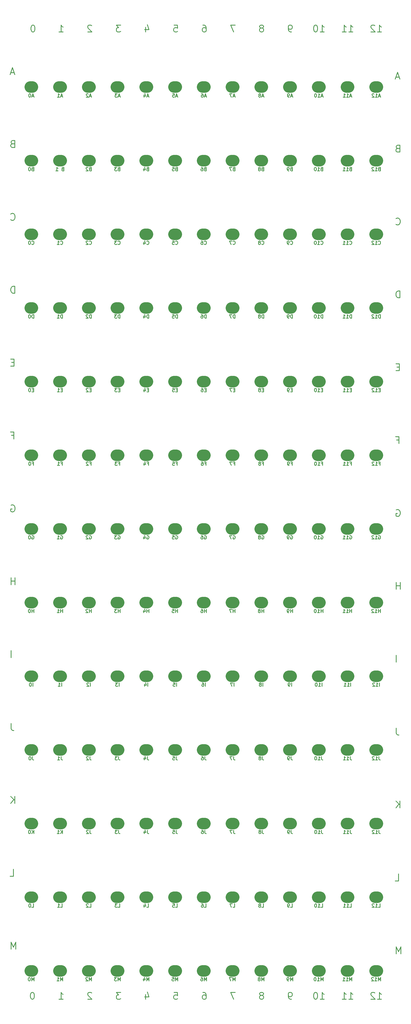
<source format=gbo>
G04 #@! TF.FileFunction,Legend,Bot*
%FSLAX46Y46*%
G04 Gerber Fmt 4.6, Leading zero omitted, Abs format (unit mm)*
G04 Created by KiCad (PCBNEW 4.0.2-4+6225~38~ubuntu14.04.1-stable) date Mon 16 May 2016 16:09:22 BST*
%MOMM*%
G01*
G04 APERTURE LIST*
%ADD10C,0.100000*%
%ADD11C,0.300000*%
%ADD12C,5.000000*%
G04 APERTURE END LIST*
D10*
D11*
X183249999Y-416607135D02*
X183249999Y-413607135D01*
X182249999Y-415749992D01*
X181249999Y-413607135D01*
X181249999Y-416607135D01*
X180821428Y-384940469D02*
X182249999Y-384940469D01*
X182249999Y-381940469D01*
X182821429Y-353273803D02*
X182821429Y-350273803D01*
X181107144Y-353273803D02*
X182392858Y-351559517D01*
X181107144Y-350273803D02*
X182821429Y-351988089D01*
X181250000Y-318607137D02*
X181250000Y-320749994D01*
X181392858Y-321178565D01*
X181678572Y-321464280D01*
X182107143Y-321607137D01*
X182392858Y-321607137D01*
X181249999Y-289940471D02*
X181249999Y-286940471D01*
X182964285Y-258273805D02*
X182964285Y-255273805D01*
X182964285Y-256702376D02*
X181250000Y-256702376D01*
X181250000Y-258273805D02*
X181250000Y-255273805D01*
X181250001Y-223749996D02*
X181535715Y-223607139D01*
X181964286Y-223607139D01*
X182392858Y-223749996D01*
X182678572Y-224035710D01*
X182821429Y-224321425D01*
X182964286Y-224892853D01*
X182964286Y-225321425D01*
X182821429Y-225892853D01*
X182678572Y-226178567D01*
X182392858Y-226464282D01*
X181964286Y-226607139D01*
X181678572Y-226607139D01*
X181250001Y-226464282D01*
X181107144Y-226321425D01*
X181107144Y-225321425D01*
X181678572Y-225321425D01*
X181392857Y-193369044D02*
X182392857Y-193369044D01*
X182392857Y-194940473D02*
X182392857Y-191940473D01*
X180964286Y-191940473D01*
X182535715Y-161702378D02*
X181535715Y-161702378D01*
X181107144Y-163273807D02*
X182535715Y-163273807D01*
X182535715Y-160273807D01*
X181107144Y-160273807D01*
X182821429Y-131607141D02*
X182821429Y-128607141D01*
X182107144Y-128607141D01*
X181678572Y-128749998D01*
X181392858Y-129035712D01*
X181250001Y-129321427D01*
X181107144Y-129892855D01*
X181107144Y-130321427D01*
X181250001Y-130892855D01*
X181392858Y-131178569D01*
X181678572Y-131464284D01*
X182107144Y-131607141D01*
X182821429Y-131607141D01*
X181107144Y-99654761D02*
X181250001Y-99797618D01*
X181678572Y-99940475D01*
X181964286Y-99940475D01*
X182392858Y-99797618D01*
X182678572Y-99511903D01*
X182821429Y-99226189D01*
X182964286Y-98654761D01*
X182964286Y-98226189D01*
X182821429Y-97654761D01*
X182678572Y-97369046D01*
X182392858Y-97083332D01*
X181964286Y-96940475D01*
X181678572Y-96940475D01*
X181250001Y-97083332D01*
X181107144Y-97226189D01*
X181821429Y-66702380D02*
X181392858Y-66845237D01*
X181250001Y-66988095D01*
X181107144Y-67273809D01*
X181107144Y-67702380D01*
X181250001Y-67988095D01*
X181392858Y-68130952D01*
X181678572Y-68273809D01*
X182821429Y-68273809D01*
X182821429Y-65273809D01*
X181821429Y-65273809D01*
X181535715Y-65416666D01*
X181392858Y-65559523D01*
X181250001Y-65845237D01*
X181250001Y-66130952D01*
X181392858Y-66416666D01*
X181535715Y-66559523D01*
X181821429Y-66702380D01*
X182821429Y-66702380D01*
X182535714Y-35750000D02*
X181107143Y-35750000D01*
X182821429Y-36607143D02*
X181821429Y-33607143D01*
X180821429Y-36607143D01*
X15749999Y-414607135D02*
X15749999Y-411607135D01*
X14749999Y-413749992D01*
X13749999Y-411607135D01*
X13749999Y-414607135D01*
X13321428Y-382940469D02*
X14749999Y-382940469D01*
X14749999Y-379940469D01*
X15321429Y-351273803D02*
X15321429Y-348273803D01*
X13607144Y-351273803D02*
X14892858Y-349559517D01*
X13607144Y-348273803D02*
X15321429Y-349988089D01*
X13750000Y-316607137D02*
X13750000Y-318749994D01*
X13892858Y-319178565D01*
X14178572Y-319464280D01*
X14607143Y-319607137D01*
X14892858Y-319607137D01*
X13750001Y-287940471D02*
X13750001Y-284940471D01*
X15464285Y-256273805D02*
X15464285Y-253273805D01*
X15464285Y-254702376D02*
X13750000Y-254702376D01*
X13750000Y-256273805D02*
X13750000Y-253273805D01*
X13750001Y-221749996D02*
X14035715Y-221607139D01*
X14464286Y-221607139D01*
X14892858Y-221749996D01*
X15178572Y-222035710D01*
X15321429Y-222321425D01*
X15464286Y-222892853D01*
X15464286Y-223321425D01*
X15321429Y-223892853D01*
X15178572Y-224178567D01*
X14892858Y-224464282D01*
X14464286Y-224607139D01*
X14178572Y-224607139D01*
X13750001Y-224464282D01*
X13607144Y-224321425D01*
X13607144Y-223321425D01*
X14178572Y-223321425D01*
X13892857Y-191369044D02*
X14892857Y-191369044D01*
X14892857Y-192940473D02*
X14892857Y-189940473D01*
X13464286Y-189940473D01*
X15035715Y-159702378D02*
X14035715Y-159702378D01*
X13607144Y-161273807D02*
X15035715Y-161273807D01*
X15035715Y-158273807D01*
X13607144Y-158273807D01*
X15321429Y-129607141D02*
X15321429Y-126607141D01*
X14607144Y-126607141D01*
X14178572Y-126749998D01*
X13892858Y-127035712D01*
X13750001Y-127321427D01*
X13607144Y-127892855D01*
X13607144Y-128321427D01*
X13750001Y-128892855D01*
X13892858Y-129178569D01*
X14178572Y-129464284D01*
X14607144Y-129607141D01*
X15321429Y-129607141D01*
X13607144Y-97654761D02*
X13750001Y-97797618D01*
X14178572Y-97940475D01*
X14464286Y-97940475D01*
X14892858Y-97797618D01*
X15178572Y-97511903D01*
X15321429Y-97226189D01*
X15464286Y-96654761D01*
X15464286Y-96226189D01*
X15321429Y-95654761D01*
X15178572Y-95369046D01*
X14892858Y-95083332D01*
X14464286Y-94940475D01*
X14178572Y-94940475D01*
X13750001Y-95083332D01*
X13607144Y-95226189D01*
X14321429Y-64702380D02*
X13892858Y-64845237D01*
X13750001Y-64988095D01*
X13607144Y-65273809D01*
X13607144Y-65702380D01*
X13750001Y-65988095D01*
X13892858Y-66130952D01*
X14178572Y-66273809D01*
X15321429Y-66273809D01*
X15321429Y-63273809D01*
X14321429Y-63273809D01*
X14035715Y-63416666D01*
X13892858Y-63559523D01*
X13750001Y-63845237D01*
X13750001Y-64130952D01*
X13892858Y-64416666D01*
X14035715Y-64559523D01*
X14321429Y-64702380D01*
X15321429Y-64702380D01*
X15035714Y-33750000D02*
X13607143Y-33750000D01*
X15321429Y-34607143D02*
X14321429Y-31607143D01*
X13321429Y-34607143D01*
X173071425Y-436382925D02*
X174785710Y-436382925D01*
X173928568Y-436382925D02*
X173928568Y-433382925D01*
X174214282Y-433811496D01*
X174499996Y-434097211D01*
X174785710Y-434240068D01*
X171928567Y-433668639D02*
X171785710Y-433525782D01*
X171499996Y-433382925D01*
X170785710Y-433382925D01*
X170499996Y-433525782D01*
X170357139Y-433668639D01*
X170214282Y-433954353D01*
X170214282Y-434240068D01*
X170357139Y-434668639D01*
X172071425Y-436382925D01*
X170214282Y-436382925D01*
X160613092Y-436382925D02*
X162327377Y-436382925D01*
X161470235Y-436382925D02*
X161470235Y-433382925D01*
X161755949Y-433811496D01*
X162041663Y-434097211D01*
X162327377Y-434240068D01*
X157755949Y-436382925D02*
X159470234Y-436382925D01*
X158613092Y-436382925D02*
X158613092Y-433382925D01*
X158898806Y-433811496D01*
X159184520Y-434097211D01*
X159470234Y-434240068D01*
X148154759Y-436382925D02*
X149869044Y-436382925D01*
X149011902Y-436382925D02*
X149011902Y-433382925D01*
X149297616Y-433811496D01*
X149583330Y-434097211D01*
X149869044Y-434240068D01*
X146297616Y-433382925D02*
X146011901Y-433382925D01*
X145726187Y-433525782D01*
X145583330Y-433668639D01*
X145440473Y-433954353D01*
X145297616Y-434525782D01*
X145297616Y-435240068D01*
X145440473Y-435811496D01*
X145583330Y-436097211D01*
X145726187Y-436240068D01*
X146011901Y-436382925D01*
X146297616Y-436382925D01*
X146583330Y-436240068D01*
X146726187Y-436097211D01*
X146869044Y-435811496D01*
X147011901Y-435240068D01*
X147011901Y-434525782D01*
X146869044Y-433954353D01*
X146726187Y-433668639D01*
X146583330Y-433525782D01*
X146297616Y-433382925D01*
X135696425Y-436382925D02*
X135124997Y-436382925D01*
X134839282Y-436240068D01*
X134696425Y-436097211D01*
X134410711Y-435668639D01*
X134267854Y-435097211D01*
X134267854Y-433954353D01*
X134410711Y-433668639D01*
X134553568Y-433525782D01*
X134839282Y-433382925D01*
X135410711Y-433382925D01*
X135696425Y-433525782D01*
X135839282Y-433668639D01*
X135982139Y-433954353D01*
X135982139Y-434668639D01*
X135839282Y-434954353D01*
X135696425Y-435097211D01*
X135410711Y-435240068D01*
X134839282Y-435240068D01*
X134553568Y-435097211D01*
X134410711Y-434954353D01*
X134267854Y-434668639D01*
X122952378Y-434668639D02*
X123238092Y-434525782D01*
X123380949Y-434382925D01*
X123523806Y-434097211D01*
X123523806Y-433954353D01*
X123380949Y-433668639D01*
X123238092Y-433525782D01*
X122952378Y-433382925D01*
X122380949Y-433382925D01*
X122095235Y-433525782D01*
X121952378Y-433668639D01*
X121809521Y-433954353D01*
X121809521Y-434097211D01*
X121952378Y-434382925D01*
X122095235Y-434525782D01*
X122380949Y-434668639D01*
X122952378Y-434668639D01*
X123238092Y-434811496D01*
X123380949Y-434954353D01*
X123523806Y-435240068D01*
X123523806Y-435811496D01*
X123380949Y-436097211D01*
X123238092Y-436240068D01*
X122952378Y-436382925D01*
X122380949Y-436382925D01*
X122095235Y-436240068D01*
X121952378Y-436097211D01*
X121809521Y-435811496D01*
X121809521Y-435240068D01*
X121952378Y-434954353D01*
X122095235Y-434811496D01*
X122380949Y-434668639D01*
X111208331Y-433382925D02*
X109208331Y-433382925D01*
X110494045Y-436382925D01*
X97178569Y-433382925D02*
X97749998Y-433382925D01*
X98035712Y-433525782D01*
X98178569Y-433668639D01*
X98464283Y-434097211D01*
X98607140Y-434668639D01*
X98607140Y-435811496D01*
X98464283Y-436097211D01*
X98321426Y-436240068D01*
X98035712Y-436382925D01*
X97464283Y-436382925D01*
X97178569Y-436240068D01*
X97035712Y-436097211D01*
X96892855Y-435811496D01*
X96892855Y-435097211D01*
X97035712Y-434811496D01*
X97178569Y-434668639D01*
X97464283Y-434525782D01*
X98035712Y-434525782D01*
X98321426Y-434668639D01*
X98464283Y-434811496D01*
X98607140Y-435097211D01*
X84577379Y-433382925D02*
X86005950Y-433382925D01*
X86148807Y-434811496D01*
X86005950Y-434668639D01*
X85720236Y-434525782D01*
X85005950Y-434525782D01*
X84720236Y-434668639D01*
X84577379Y-434811496D01*
X84434522Y-435097211D01*
X84434522Y-435811496D01*
X84577379Y-436097211D01*
X84720236Y-436240068D01*
X85005950Y-436382925D01*
X85720236Y-436382925D01*
X86005950Y-436240068D01*
X86148807Y-436097211D01*
X72261903Y-434382925D02*
X72261903Y-436382925D01*
X72976189Y-433240068D02*
X73690474Y-435382925D01*
X71833332Y-435382925D01*
X61374999Y-433382925D02*
X59517856Y-433382925D01*
X60517856Y-434525782D01*
X60089284Y-434525782D01*
X59803570Y-434668639D01*
X59660713Y-434811496D01*
X59517856Y-435097211D01*
X59517856Y-435811496D01*
X59660713Y-436097211D01*
X59803570Y-436240068D01*
X60089284Y-436382925D01*
X60946427Y-436382925D01*
X61232141Y-436240068D01*
X61374999Y-436097211D01*
X48773808Y-433668639D02*
X48630951Y-433525782D01*
X48345237Y-433382925D01*
X47630951Y-433382925D01*
X47345237Y-433525782D01*
X47202380Y-433668639D01*
X47059523Y-433954353D01*
X47059523Y-434240068D01*
X47202380Y-434668639D01*
X48916666Y-436382925D01*
X47059523Y-436382925D01*
X34601190Y-436382925D02*
X36315475Y-436382925D01*
X35458333Y-436382925D02*
X35458333Y-433382925D01*
X35744047Y-433811496D01*
X36029761Y-434097211D01*
X36315475Y-434240068D01*
X23142857Y-433382925D02*
X22857142Y-433382925D01*
X22571428Y-433525782D01*
X22428571Y-433668639D01*
X22285714Y-433954353D01*
X22142857Y-434525782D01*
X22142857Y-435240068D01*
X22285714Y-435811496D01*
X22428571Y-436097211D01*
X22571428Y-436240068D01*
X22857142Y-436382925D01*
X23142857Y-436382925D01*
X23428571Y-436240068D01*
X23571428Y-436097211D01*
X23714285Y-435811496D01*
X23857142Y-435240068D01*
X23857142Y-434525782D01*
X23714285Y-433954353D01*
X23571428Y-433668639D01*
X23428571Y-433525782D01*
X23142857Y-433382925D01*
X173071425Y-16085287D02*
X174785710Y-16085287D01*
X173928568Y-16085287D02*
X173928568Y-13085287D01*
X174214282Y-13513858D01*
X174499996Y-13799573D01*
X174785710Y-13942430D01*
X171928567Y-13371001D02*
X171785710Y-13228144D01*
X171499996Y-13085287D01*
X170785710Y-13085287D01*
X170499996Y-13228144D01*
X170357139Y-13371001D01*
X170214282Y-13656715D01*
X170214282Y-13942430D01*
X170357139Y-14371001D01*
X172071425Y-16085287D01*
X170214282Y-16085287D01*
X160613092Y-16085287D02*
X162327377Y-16085287D01*
X161470235Y-16085287D02*
X161470235Y-13085287D01*
X161755949Y-13513858D01*
X162041663Y-13799573D01*
X162327377Y-13942430D01*
X157755949Y-16085287D02*
X159470234Y-16085287D01*
X158613092Y-16085287D02*
X158613092Y-13085287D01*
X158898806Y-13513858D01*
X159184520Y-13799573D01*
X159470234Y-13942430D01*
X148154759Y-16085287D02*
X149869044Y-16085287D01*
X149011902Y-16085287D02*
X149011902Y-13085287D01*
X149297616Y-13513858D01*
X149583330Y-13799573D01*
X149869044Y-13942430D01*
X146297616Y-13085287D02*
X146011901Y-13085287D01*
X145726187Y-13228144D01*
X145583330Y-13371001D01*
X145440473Y-13656715D01*
X145297616Y-14228144D01*
X145297616Y-14942430D01*
X145440473Y-15513858D01*
X145583330Y-15799573D01*
X145726187Y-15942430D01*
X146011901Y-16085287D01*
X146297616Y-16085287D01*
X146583330Y-15942430D01*
X146726187Y-15799573D01*
X146869044Y-15513858D01*
X147011901Y-14942430D01*
X147011901Y-14228144D01*
X146869044Y-13656715D01*
X146726187Y-13371001D01*
X146583330Y-13228144D01*
X146297616Y-13085287D01*
X135696425Y-16085287D02*
X135124997Y-16085287D01*
X134839282Y-15942430D01*
X134696425Y-15799573D01*
X134410711Y-15371001D01*
X134267854Y-14799573D01*
X134267854Y-13656715D01*
X134410711Y-13371001D01*
X134553568Y-13228144D01*
X134839282Y-13085287D01*
X135410711Y-13085287D01*
X135696425Y-13228144D01*
X135839282Y-13371001D01*
X135982139Y-13656715D01*
X135982139Y-14371001D01*
X135839282Y-14656715D01*
X135696425Y-14799573D01*
X135410711Y-14942430D01*
X134839282Y-14942430D01*
X134553568Y-14799573D01*
X134410711Y-14656715D01*
X134267854Y-14371001D01*
X122952378Y-14371001D02*
X123238092Y-14228144D01*
X123380949Y-14085287D01*
X123523806Y-13799573D01*
X123523806Y-13656715D01*
X123380949Y-13371001D01*
X123238092Y-13228144D01*
X122952378Y-13085287D01*
X122380949Y-13085287D01*
X122095235Y-13228144D01*
X121952378Y-13371001D01*
X121809521Y-13656715D01*
X121809521Y-13799573D01*
X121952378Y-14085287D01*
X122095235Y-14228144D01*
X122380949Y-14371001D01*
X122952378Y-14371001D01*
X123238092Y-14513858D01*
X123380949Y-14656715D01*
X123523806Y-14942430D01*
X123523806Y-15513858D01*
X123380949Y-15799573D01*
X123238092Y-15942430D01*
X122952378Y-16085287D01*
X122380949Y-16085287D01*
X122095235Y-15942430D01*
X121952378Y-15799573D01*
X121809521Y-15513858D01*
X121809521Y-14942430D01*
X121952378Y-14656715D01*
X122095235Y-14513858D01*
X122380949Y-14371001D01*
X111208331Y-13085287D02*
X109208331Y-13085287D01*
X110494045Y-16085287D01*
X97178569Y-13085287D02*
X97749998Y-13085287D01*
X98035712Y-13228144D01*
X98178569Y-13371001D01*
X98464283Y-13799573D01*
X98607140Y-14371001D01*
X98607140Y-15513858D01*
X98464283Y-15799573D01*
X98321426Y-15942430D01*
X98035712Y-16085287D01*
X97464283Y-16085287D01*
X97178569Y-15942430D01*
X97035712Y-15799573D01*
X96892855Y-15513858D01*
X96892855Y-14799573D01*
X97035712Y-14513858D01*
X97178569Y-14371001D01*
X97464283Y-14228144D01*
X98035712Y-14228144D01*
X98321426Y-14371001D01*
X98464283Y-14513858D01*
X98607140Y-14799573D01*
X84577379Y-13085287D02*
X86005950Y-13085287D01*
X86148807Y-14513858D01*
X86005950Y-14371001D01*
X85720236Y-14228144D01*
X85005950Y-14228144D01*
X84720236Y-14371001D01*
X84577379Y-14513858D01*
X84434522Y-14799573D01*
X84434522Y-15513858D01*
X84577379Y-15799573D01*
X84720236Y-15942430D01*
X85005950Y-16085287D01*
X85720236Y-16085287D01*
X86005950Y-15942430D01*
X86148807Y-15799573D01*
X72261903Y-14085287D02*
X72261903Y-16085287D01*
X72976189Y-12942430D02*
X73690474Y-15085287D01*
X71833332Y-15085287D01*
X61374999Y-13085287D02*
X59517856Y-13085287D01*
X60517856Y-14228144D01*
X60089284Y-14228144D01*
X59803570Y-14371001D01*
X59660713Y-14513858D01*
X59517856Y-14799573D01*
X59517856Y-15513858D01*
X59660713Y-15799573D01*
X59803570Y-15942430D01*
X60089284Y-16085287D01*
X60946427Y-16085287D01*
X61232141Y-15942430D01*
X61374999Y-15799573D01*
X48773808Y-13371001D02*
X48630951Y-13228144D01*
X48345237Y-13085287D01*
X47630951Y-13085287D01*
X47345237Y-13228144D01*
X47202380Y-13371001D01*
X47059523Y-13656715D01*
X47059523Y-13942430D01*
X47202380Y-14371001D01*
X48916666Y-16085287D01*
X47059523Y-16085287D01*
X34601190Y-16085287D02*
X36315475Y-16085287D01*
X35458333Y-16085287D02*
X35458333Y-13085287D01*
X35744047Y-13513858D01*
X36029761Y-13799573D01*
X36315475Y-13942430D01*
X23392857Y-13107143D02*
X23107142Y-13107143D01*
X22821428Y-13250000D01*
X22678571Y-13392857D01*
X22535714Y-13678571D01*
X22392857Y-14250000D01*
X22392857Y-14964286D01*
X22535714Y-15535714D01*
X22678571Y-15821429D01*
X22821428Y-15964286D01*
X23107142Y-16107143D01*
X23392857Y-16107143D01*
X23678571Y-15964286D01*
X23821428Y-15821429D01*
X23964285Y-15535714D01*
X24107142Y-14964286D01*
X24107142Y-14250000D01*
X23964285Y-13678571D01*
X23821428Y-13392857D01*
X23678571Y-13250000D01*
X23392857Y-13107143D01*
D12*
X172000000Y-424000000D02*
X173000000Y-424000000D01*
X159500000Y-424000000D02*
X160500000Y-424000000D01*
X147000000Y-424000000D02*
X148000000Y-424000000D01*
X134500000Y-424000000D02*
X135500000Y-424000000D01*
X122000000Y-424000000D02*
X123000000Y-424000000D01*
X109500000Y-424000000D02*
X110500000Y-424000000D01*
X97000000Y-424000000D02*
X98000000Y-424000000D01*
X84500000Y-424000000D02*
X85500000Y-424000000D01*
X72000000Y-424000000D02*
X73000000Y-424000000D01*
X59500000Y-424000000D02*
X60500000Y-424000000D01*
X47000000Y-424000000D02*
X48000000Y-424000000D01*
X34500000Y-424000000D02*
X35500000Y-424000000D01*
X22000000Y-424000000D02*
X23000000Y-424000000D01*
X172000000Y-392000000D02*
X173000000Y-392000000D01*
X159500000Y-392000000D02*
X160500000Y-392000000D01*
X147000000Y-392000000D02*
X148000000Y-392000000D01*
X134500000Y-392000000D02*
X135500000Y-392000000D01*
X122000000Y-392000000D02*
X123000000Y-392000000D01*
X109500000Y-392000000D02*
X110500000Y-392000000D01*
X97000000Y-392000000D02*
X98000000Y-392000000D01*
X84500000Y-392000000D02*
X85500000Y-392000000D01*
X72000000Y-392000000D02*
X73000000Y-392000000D01*
X59500000Y-392000000D02*
X60500000Y-392000000D01*
X47000000Y-392000000D02*
X48000000Y-392000000D01*
X34500000Y-392000000D02*
X35500000Y-392000000D01*
X22000000Y-392000000D02*
X23000000Y-392000000D01*
X172000000Y-360000000D02*
X173000000Y-360000000D01*
X159500000Y-360000000D02*
X160500000Y-360000000D01*
X147000000Y-360000000D02*
X148000000Y-360000000D01*
X134500000Y-360000000D02*
X135500000Y-360000000D01*
X122000000Y-360000000D02*
X123000000Y-360000000D01*
X109500000Y-360000000D02*
X110500000Y-360000000D01*
X97000000Y-360000000D02*
X98000000Y-360000000D01*
X84500000Y-360000000D02*
X85500000Y-360000000D01*
X72000000Y-360000000D02*
X73000000Y-360000000D01*
X59500000Y-360000000D02*
X60500000Y-360000000D01*
X47000000Y-360000000D02*
X48000000Y-360000000D01*
X34500000Y-360000000D02*
X35500000Y-360000000D01*
X22000000Y-360000000D02*
X23000000Y-360000000D01*
X172000000Y-328000000D02*
X173000000Y-328000000D01*
X159500000Y-328000000D02*
X160500000Y-328000000D01*
X147000000Y-328000000D02*
X148000000Y-328000000D01*
X134500000Y-328000000D02*
X135500000Y-328000000D01*
X122000000Y-328000000D02*
X123000000Y-328000000D01*
X109500000Y-328000000D02*
X110500000Y-328000000D01*
X97000000Y-328000000D02*
X98000000Y-328000000D01*
X84500000Y-328000000D02*
X85500000Y-328000000D01*
X72000000Y-328000000D02*
X73000000Y-328000000D01*
X59500000Y-328000000D02*
X60500000Y-328000000D01*
X47000000Y-328000000D02*
X48000000Y-328000000D01*
X34500000Y-328000000D02*
X35500000Y-328000000D01*
X22000000Y-328000000D02*
X23000000Y-328000000D01*
X172000000Y-296000000D02*
X173000000Y-296000000D01*
X159500000Y-296000000D02*
X160500000Y-296000000D01*
X147000000Y-296000000D02*
X148000000Y-296000000D01*
X134500000Y-296000000D02*
X135500000Y-296000000D01*
X122000000Y-296000000D02*
X123000000Y-296000000D01*
X109500000Y-296000000D02*
X110500000Y-296000000D01*
X97000000Y-296000000D02*
X98000000Y-296000000D01*
X84500000Y-296000000D02*
X85500000Y-296000000D01*
X72000000Y-296000000D02*
X73000000Y-296000000D01*
X59500000Y-296000000D02*
X60500000Y-296000000D01*
X47000000Y-296000000D02*
X48000000Y-296000000D01*
X34500000Y-296000000D02*
X35500000Y-296000000D01*
X22000000Y-296000000D02*
X23000000Y-296000000D01*
X172000000Y-264000000D02*
X173000000Y-264000000D01*
X159500000Y-264000000D02*
X160500000Y-264000000D01*
X147000000Y-264000000D02*
X148000000Y-264000000D01*
X134500000Y-264000000D02*
X135500000Y-264000000D01*
X122000000Y-264000000D02*
X123000000Y-264000000D01*
X109500000Y-264000000D02*
X110500000Y-264000000D01*
X97000000Y-264000000D02*
X98000000Y-264000000D01*
X84500000Y-264000000D02*
X85500000Y-264000000D01*
X72000000Y-264000000D02*
X73000000Y-264000000D01*
X59500000Y-264000000D02*
X60500000Y-264000000D01*
X47000000Y-264000000D02*
X48000000Y-264000000D01*
X34500000Y-264000000D02*
X35500000Y-264000000D01*
X22000000Y-264000000D02*
X23000000Y-264000000D01*
X172000000Y-232000000D02*
X173000000Y-232000000D01*
X159500000Y-232000000D02*
X160500000Y-232000000D01*
X147000000Y-232000000D02*
X148000000Y-232000000D01*
X134500000Y-232000000D02*
X135500000Y-232000000D01*
X122000000Y-232000000D02*
X123000000Y-232000000D01*
X109500000Y-232000000D02*
X110500000Y-232000000D01*
X97000000Y-232000000D02*
X98000000Y-232000000D01*
X84500000Y-232000000D02*
X85500000Y-232000000D01*
X72000000Y-232000000D02*
X73000000Y-232000000D01*
X59500000Y-232000000D02*
X60500000Y-232000000D01*
X47000000Y-232000000D02*
X48000000Y-232000000D01*
X34500000Y-232000000D02*
X35500000Y-232000000D01*
X22000000Y-232000000D02*
X23000000Y-232000000D01*
X172000000Y-200000000D02*
X173000000Y-200000000D01*
X159500000Y-200000000D02*
X160500000Y-200000000D01*
X147000000Y-200000000D02*
X148000000Y-200000000D01*
X134500000Y-200000000D02*
X135500000Y-200000000D01*
X122000000Y-200000000D02*
X123000000Y-200000000D01*
X109500000Y-200000000D02*
X110500000Y-200000000D01*
X97000000Y-200000000D02*
X98000000Y-200000000D01*
X84500000Y-200000000D02*
X85500000Y-200000000D01*
X72000000Y-200000000D02*
X73000000Y-200000000D01*
X59500000Y-200000000D02*
X60500000Y-200000000D01*
X47000000Y-200000000D02*
X48000000Y-200000000D01*
X34500000Y-200000000D02*
X35500000Y-200000000D01*
X22000000Y-200000000D02*
X23000000Y-200000000D01*
X172000000Y-168000000D02*
X173000000Y-168000000D01*
X159500000Y-168000000D02*
X160500000Y-168000000D01*
X147000000Y-168000000D02*
X148000000Y-168000000D01*
X134500000Y-168000000D02*
X135500000Y-168000000D01*
X122000000Y-168000000D02*
X123000000Y-168000000D01*
X109500000Y-168000000D02*
X110500000Y-168000000D01*
X97000000Y-168000000D02*
X98000000Y-168000000D01*
X84500000Y-168000000D02*
X85500000Y-168000000D01*
X72000000Y-168000000D02*
X73000000Y-168000000D01*
X59500000Y-168000000D02*
X60500000Y-168000000D01*
X47000000Y-168000000D02*
X48000000Y-168000000D01*
X34500000Y-168000000D02*
X35500000Y-168000000D01*
X22000000Y-168000000D02*
X23000000Y-168000000D01*
X172000000Y-136000000D02*
X173000000Y-136000000D01*
X159500000Y-136000000D02*
X160500000Y-136000000D01*
X147000000Y-136000000D02*
X148000000Y-136000000D01*
X134500000Y-136000000D02*
X135500000Y-136000000D01*
X122000000Y-136000000D02*
X123000000Y-136000000D01*
X109500000Y-136000000D02*
X110500000Y-136000000D01*
X97000000Y-136000000D02*
X98000000Y-136000000D01*
X84500000Y-136000000D02*
X85500000Y-136000000D01*
X72000000Y-136000000D02*
X73000000Y-136000000D01*
X59500000Y-136000000D02*
X60500000Y-136000000D01*
X47000000Y-136000000D02*
X48000000Y-136000000D01*
X34500000Y-136000000D02*
X35500000Y-136000000D01*
X22000000Y-136000000D02*
X23000000Y-136000000D01*
X172000000Y-104000000D02*
X173000000Y-104000000D01*
X159500000Y-104000000D02*
X160500000Y-104000000D01*
X147000000Y-104000000D02*
X148000000Y-104000000D01*
X134500000Y-104000000D02*
X135500000Y-104000000D01*
X122000000Y-104000000D02*
X123000000Y-104000000D01*
X109500000Y-104000000D02*
X110500000Y-104000000D01*
X97000000Y-104000000D02*
X98000000Y-104000000D01*
X84500000Y-104000000D02*
X85500000Y-104000000D01*
X72000000Y-104000000D02*
X73000000Y-104000000D01*
X59500000Y-104000000D02*
X60500000Y-104000000D01*
X47000000Y-104000000D02*
X48000000Y-104000000D01*
X34500000Y-104000000D02*
X35500000Y-104000000D01*
X22000000Y-104000000D02*
X23000000Y-104000000D01*
X172000000Y-72000000D02*
X173000000Y-72000000D01*
X159500000Y-72000000D02*
X160500000Y-72000000D01*
X147000000Y-72000000D02*
X148000000Y-72000000D01*
X134500000Y-72000000D02*
X135500000Y-72000000D01*
X122000000Y-72000000D02*
X123000000Y-72000000D01*
X109500000Y-72000000D02*
X110500000Y-72000000D01*
X97000000Y-72000000D02*
X98000000Y-72000000D01*
X84500000Y-72000000D02*
X85500000Y-72000000D01*
X72000000Y-72000000D02*
X73000000Y-72000000D01*
X59500000Y-72000000D02*
X60500000Y-72000000D01*
X47000000Y-72000000D02*
X48000000Y-72000000D01*
X34500000Y-72000000D02*
X35500000Y-72000000D01*
X22000000Y-72000000D02*
X23000000Y-72000000D01*
X172000000Y-40000000D02*
X173000000Y-40000000D01*
X159500000Y-40000000D02*
X160500000Y-40000000D01*
X147000000Y-40000000D02*
X148000000Y-40000000D01*
X134500000Y-40000000D02*
X135500000Y-40000000D01*
X122000000Y-40000000D02*
X123000000Y-40000000D01*
X109500000Y-40000000D02*
X110500000Y-40000000D01*
X97000000Y-40000000D02*
X98000000Y-40000000D01*
X84500000Y-40000000D02*
X85500000Y-40000000D01*
X72000000Y-40000000D02*
X73000000Y-40000000D01*
X59500000Y-40000000D02*
X60500000Y-40000000D01*
X47000000Y-40000000D02*
X48000000Y-40000000D01*
X34500000Y-40000000D02*
X35500000Y-40000000D01*
D11*
X174428571Y-428428571D02*
X174428571Y-426928571D01*
X173928571Y-428000000D01*
X173428571Y-426928571D01*
X173428571Y-428428571D01*
X171928571Y-428428571D02*
X172785714Y-428428571D01*
X172357142Y-428428571D02*
X172357142Y-426928571D01*
X172499999Y-427142857D01*
X172642857Y-427285714D01*
X172785714Y-427357143D01*
X171357143Y-427071429D02*
X171285714Y-427000000D01*
X171142857Y-426928571D01*
X170785714Y-426928571D01*
X170642857Y-427000000D01*
X170571428Y-427071429D01*
X170500000Y-427214286D01*
X170500000Y-427357143D01*
X170571428Y-427571429D01*
X171428571Y-428428571D01*
X170500000Y-428428571D01*
X161928571Y-428428571D02*
X161928571Y-426928571D01*
X161428571Y-428000000D01*
X160928571Y-426928571D01*
X160928571Y-428428571D01*
X159428571Y-428428571D02*
X160285714Y-428428571D01*
X159857142Y-428428571D02*
X159857142Y-426928571D01*
X159999999Y-427142857D01*
X160142857Y-427285714D01*
X160285714Y-427357143D01*
X158000000Y-428428571D02*
X158857143Y-428428571D01*
X158428571Y-428428571D02*
X158428571Y-426928571D01*
X158571428Y-427142857D01*
X158714286Y-427285714D01*
X158857143Y-427357143D01*
X149428571Y-428428571D02*
X149428571Y-426928571D01*
X148928571Y-428000000D01*
X148428571Y-426928571D01*
X148428571Y-428428571D01*
X146928571Y-428428571D02*
X147785714Y-428428571D01*
X147357142Y-428428571D02*
X147357142Y-426928571D01*
X147499999Y-427142857D01*
X147642857Y-427285714D01*
X147785714Y-427357143D01*
X146000000Y-426928571D02*
X145857143Y-426928571D01*
X145714286Y-427000000D01*
X145642857Y-427071429D01*
X145571428Y-427214286D01*
X145500000Y-427500000D01*
X145500000Y-427857143D01*
X145571428Y-428142857D01*
X145642857Y-428285714D01*
X145714286Y-428357143D01*
X145857143Y-428428571D01*
X146000000Y-428428571D01*
X146142857Y-428357143D01*
X146214286Y-428285714D01*
X146285714Y-428142857D01*
X146357143Y-427857143D01*
X146357143Y-427500000D01*
X146285714Y-427214286D01*
X146214286Y-427071429D01*
X146142857Y-427000000D01*
X146000000Y-426928571D01*
X136214285Y-428428571D02*
X136214285Y-426928571D01*
X135714285Y-428000000D01*
X135214285Y-426928571D01*
X135214285Y-428428571D01*
X134428571Y-428428571D02*
X134142856Y-428428571D01*
X133999999Y-428357143D01*
X133928571Y-428285714D01*
X133785713Y-428071429D01*
X133714285Y-427785714D01*
X133714285Y-427214286D01*
X133785713Y-427071429D01*
X133857142Y-427000000D01*
X133999999Y-426928571D01*
X134285713Y-426928571D01*
X134428571Y-427000000D01*
X134499999Y-427071429D01*
X134571428Y-427214286D01*
X134571428Y-427571429D01*
X134499999Y-427714286D01*
X134428571Y-427785714D01*
X134285713Y-427857143D01*
X133999999Y-427857143D01*
X133857142Y-427785714D01*
X133785713Y-427714286D01*
X133714285Y-427571429D01*
X123714285Y-428428571D02*
X123714285Y-426928571D01*
X123214285Y-428000000D01*
X122714285Y-426928571D01*
X122714285Y-428428571D01*
X121785713Y-427571429D02*
X121928571Y-427500000D01*
X121999999Y-427428571D01*
X122071428Y-427285714D01*
X122071428Y-427214286D01*
X121999999Y-427071429D01*
X121928571Y-427000000D01*
X121785713Y-426928571D01*
X121499999Y-426928571D01*
X121357142Y-427000000D01*
X121285713Y-427071429D01*
X121214285Y-427214286D01*
X121214285Y-427285714D01*
X121285713Y-427428571D01*
X121357142Y-427500000D01*
X121499999Y-427571429D01*
X121785713Y-427571429D01*
X121928571Y-427642857D01*
X121999999Y-427714286D01*
X122071428Y-427857143D01*
X122071428Y-428142857D01*
X121999999Y-428285714D01*
X121928571Y-428357143D01*
X121785713Y-428428571D01*
X121499999Y-428428571D01*
X121357142Y-428357143D01*
X121285713Y-428285714D01*
X121214285Y-428142857D01*
X121214285Y-427857143D01*
X121285713Y-427714286D01*
X121357142Y-427642857D01*
X121499999Y-427571429D01*
X111214285Y-428428571D02*
X111214285Y-426928571D01*
X110714285Y-428000000D01*
X110214285Y-426928571D01*
X110214285Y-428428571D01*
X109642856Y-426928571D02*
X108642856Y-426928571D01*
X109285713Y-428428571D01*
X98714285Y-428428571D02*
X98714285Y-426928571D01*
X98214285Y-428000000D01*
X97714285Y-426928571D01*
X97714285Y-428428571D01*
X96357142Y-426928571D02*
X96642856Y-426928571D01*
X96785713Y-427000000D01*
X96857142Y-427071429D01*
X96999999Y-427285714D01*
X97071428Y-427571429D01*
X97071428Y-428142857D01*
X96999999Y-428285714D01*
X96928571Y-428357143D01*
X96785713Y-428428571D01*
X96499999Y-428428571D01*
X96357142Y-428357143D01*
X96285713Y-428285714D01*
X96214285Y-428142857D01*
X96214285Y-427785714D01*
X96285713Y-427642857D01*
X96357142Y-427571429D01*
X96499999Y-427500000D01*
X96785713Y-427500000D01*
X96928571Y-427571429D01*
X96999999Y-427642857D01*
X97071428Y-427785714D01*
X86214285Y-428428571D02*
X86214285Y-426928571D01*
X85714285Y-428000000D01*
X85214285Y-426928571D01*
X85214285Y-428428571D01*
X83785713Y-426928571D02*
X84499999Y-426928571D01*
X84571428Y-427642857D01*
X84499999Y-427571429D01*
X84357142Y-427500000D01*
X83999999Y-427500000D01*
X83857142Y-427571429D01*
X83785713Y-427642857D01*
X83714285Y-427785714D01*
X83714285Y-428142857D01*
X83785713Y-428285714D01*
X83857142Y-428357143D01*
X83999999Y-428428571D01*
X84357142Y-428428571D01*
X84499999Y-428357143D01*
X84571428Y-428285714D01*
X73714285Y-428428571D02*
X73714285Y-426928571D01*
X73214285Y-428000000D01*
X72714285Y-426928571D01*
X72714285Y-428428571D01*
X71357142Y-427428571D02*
X71357142Y-428428571D01*
X71714285Y-426857143D02*
X72071428Y-427928571D01*
X71142856Y-427928571D01*
X61214285Y-428428571D02*
X61214285Y-426928571D01*
X60714285Y-428000000D01*
X60214285Y-426928571D01*
X60214285Y-428428571D01*
X59642856Y-426928571D02*
X58714285Y-426928571D01*
X59214285Y-427500000D01*
X58999999Y-427500000D01*
X58857142Y-427571429D01*
X58785713Y-427642857D01*
X58714285Y-427785714D01*
X58714285Y-428142857D01*
X58785713Y-428285714D01*
X58857142Y-428357143D01*
X58999999Y-428428571D01*
X59428571Y-428428571D01*
X59571428Y-428357143D01*
X59642856Y-428285714D01*
X48714285Y-428428571D02*
X48714285Y-426928571D01*
X48214285Y-428000000D01*
X47714285Y-426928571D01*
X47714285Y-428428571D01*
X47071428Y-427071429D02*
X46999999Y-427000000D01*
X46857142Y-426928571D01*
X46499999Y-426928571D01*
X46357142Y-427000000D01*
X46285713Y-427071429D01*
X46214285Y-427214286D01*
X46214285Y-427357143D01*
X46285713Y-427571429D01*
X47142856Y-428428571D01*
X46214285Y-428428571D01*
X36214285Y-428428571D02*
X36214285Y-426928571D01*
X35714285Y-428000000D01*
X35214285Y-426928571D01*
X35214285Y-428428571D01*
X33714285Y-428428571D02*
X34571428Y-428428571D01*
X34142856Y-428428571D02*
X34142856Y-426928571D01*
X34285713Y-427142857D01*
X34428571Y-427285714D01*
X34571428Y-427357143D01*
X23714285Y-428428571D02*
X23714285Y-426928571D01*
X23214285Y-428000000D01*
X22714285Y-426928571D01*
X22714285Y-428428571D01*
X21714285Y-426928571D02*
X21571428Y-426928571D01*
X21428571Y-427000000D01*
X21357142Y-427071429D01*
X21285713Y-427214286D01*
X21214285Y-427500000D01*
X21214285Y-427857143D01*
X21285713Y-428142857D01*
X21357142Y-428285714D01*
X21428571Y-428357143D01*
X21571428Y-428428571D01*
X21714285Y-428428571D01*
X21857142Y-428357143D01*
X21928571Y-428285714D01*
X21999999Y-428142857D01*
X22071428Y-427857143D01*
X22071428Y-427500000D01*
X21999999Y-427214286D01*
X21928571Y-427071429D01*
X21857142Y-427000000D01*
X21714285Y-426928571D01*
X173464285Y-396428571D02*
X174178571Y-396428571D01*
X174178571Y-394928571D01*
X172178571Y-396428571D02*
X173035714Y-396428571D01*
X172607142Y-396428571D02*
X172607142Y-394928571D01*
X172749999Y-395142857D01*
X172892857Y-395285714D01*
X173035714Y-395357143D01*
X171607143Y-395071429D02*
X171535714Y-395000000D01*
X171392857Y-394928571D01*
X171035714Y-394928571D01*
X170892857Y-395000000D01*
X170821428Y-395071429D01*
X170750000Y-395214286D01*
X170750000Y-395357143D01*
X170821428Y-395571429D01*
X171678571Y-396428571D01*
X170750000Y-396428571D01*
X160964285Y-396428571D02*
X161678571Y-396428571D01*
X161678571Y-394928571D01*
X159678571Y-396428571D02*
X160535714Y-396428571D01*
X160107142Y-396428571D02*
X160107142Y-394928571D01*
X160249999Y-395142857D01*
X160392857Y-395285714D01*
X160535714Y-395357143D01*
X158250000Y-396428571D02*
X159107143Y-396428571D01*
X158678571Y-396428571D02*
X158678571Y-394928571D01*
X158821428Y-395142857D01*
X158964286Y-395285714D01*
X159107143Y-395357143D01*
X148464285Y-396428571D02*
X149178571Y-396428571D01*
X149178571Y-394928571D01*
X147178571Y-396428571D02*
X148035714Y-396428571D01*
X147607142Y-396428571D02*
X147607142Y-394928571D01*
X147749999Y-395142857D01*
X147892857Y-395285714D01*
X148035714Y-395357143D01*
X146250000Y-394928571D02*
X146107143Y-394928571D01*
X145964286Y-395000000D01*
X145892857Y-395071429D01*
X145821428Y-395214286D01*
X145750000Y-395500000D01*
X145750000Y-395857143D01*
X145821428Y-396142857D01*
X145892857Y-396285714D01*
X145964286Y-396357143D01*
X146107143Y-396428571D01*
X146250000Y-396428571D01*
X146392857Y-396357143D01*
X146464286Y-396285714D01*
X146535714Y-396142857D01*
X146607143Y-395857143D01*
X146607143Y-395500000D01*
X146535714Y-395214286D01*
X146464286Y-395071429D01*
X146392857Y-395000000D01*
X146250000Y-394928571D01*
X135249999Y-396428571D02*
X135964285Y-396428571D01*
X135964285Y-394928571D01*
X134678571Y-396428571D02*
X134392856Y-396428571D01*
X134249999Y-396357143D01*
X134178571Y-396285714D01*
X134035713Y-396071429D01*
X133964285Y-395785714D01*
X133964285Y-395214286D01*
X134035713Y-395071429D01*
X134107142Y-395000000D01*
X134249999Y-394928571D01*
X134535713Y-394928571D01*
X134678571Y-395000000D01*
X134749999Y-395071429D01*
X134821428Y-395214286D01*
X134821428Y-395571429D01*
X134749999Y-395714286D01*
X134678571Y-395785714D01*
X134535713Y-395857143D01*
X134249999Y-395857143D01*
X134107142Y-395785714D01*
X134035713Y-395714286D01*
X133964285Y-395571429D01*
X122749999Y-396428571D02*
X123464285Y-396428571D01*
X123464285Y-394928571D01*
X122035713Y-395571429D02*
X122178571Y-395500000D01*
X122249999Y-395428571D01*
X122321428Y-395285714D01*
X122321428Y-395214286D01*
X122249999Y-395071429D01*
X122178571Y-395000000D01*
X122035713Y-394928571D01*
X121749999Y-394928571D01*
X121607142Y-395000000D01*
X121535713Y-395071429D01*
X121464285Y-395214286D01*
X121464285Y-395285714D01*
X121535713Y-395428571D01*
X121607142Y-395500000D01*
X121749999Y-395571429D01*
X122035713Y-395571429D01*
X122178571Y-395642857D01*
X122249999Y-395714286D01*
X122321428Y-395857143D01*
X122321428Y-396142857D01*
X122249999Y-396285714D01*
X122178571Y-396357143D01*
X122035713Y-396428571D01*
X121749999Y-396428571D01*
X121607142Y-396357143D01*
X121535713Y-396285714D01*
X121464285Y-396142857D01*
X121464285Y-395857143D01*
X121535713Y-395714286D01*
X121607142Y-395642857D01*
X121749999Y-395571429D01*
X110249999Y-396428571D02*
X110964285Y-396428571D01*
X110964285Y-394928571D01*
X109892856Y-394928571D02*
X108892856Y-394928571D01*
X109535713Y-396428571D01*
X97749999Y-396428571D02*
X98464285Y-396428571D01*
X98464285Y-394928571D01*
X96607142Y-394928571D02*
X96892856Y-394928571D01*
X97035713Y-395000000D01*
X97107142Y-395071429D01*
X97249999Y-395285714D01*
X97321428Y-395571429D01*
X97321428Y-396142857D01*
X97249999Y-396285714D01*
X97178571Y-396357143D01*
X97035713Y-396428571D01*
X96749999Y-396428571D01*
X96607142Y-396357143D01*
X96535713Y-396285714D01*
X96464285Y-396142857D01*
X96464285Y-395785714D01*
X96535713Y-395642857D01*
X96607142Y-395571429D01*
X96749999Y-395500000D01*
X97035713Y-395500000D01*
X97178571Y-395571429D01*
X97249999Y-395642857D01*
X97321428Y-395785714D01*
X85249999Y-396428571D02*
X85964285Y-396428571D01*
X85964285Y-394928571D01*
X84035713Y-394928571D02*
X84749999Y-394928571D01*
X84821428Y-395642857D01*
X84749999Y-395571429D01*
X84607142Y-395500000D01*
X84249999Y-395500000D01*
X84107142Y-395571429D01*
X84035713Y-395642857D01*
X83964285Y-395785714D01*
X83964285Y-396142857D01*
X84035713Y-396285714D01*
X84107142Y-396357143D01*
X84249999Y-396428571D01*
X84607142Y-396428571D01*
X84749999Y-396357143D01*
X84821428Y-396285714D01*
X72749999Y-396428571D02*
X73464285Y-396428571D01*
X73464285Y-394928571D01*
X71607142Y-395428571D02*
X71607142Y-396428571D01*
X71964285Y-394857143D02*
X72321428Y-395928571D01*
X71392856Y-395928571D01*
X60249999Y-396428571D02*
X60964285Y-396428571D01*
X60964285Y-394928571D01*
X59892856Y-394928571D02*
X58964285Y-394928571D01*
X59464285Y-395500000D01*
X59249999Y-395500000D01*
X59107142Y-395571429D01*
X59035713Y-395642857D01*
X58964285Y-395785714D01*
X58964285Y-396142857D01*
X59035713Y-396285714D01*
X59107142Y-396357143D01*
X59249999Y-396428571D01*
X59678571Y-396428571D01*
X59821428Y-396357143D01*
X59892856Y-396285714D01*
X47749999Y-396428571D02*
X48464285Y-396428571D01*
X48464285Y-394928571D01*
X47321428Y-395071429D02*
X47249999Y-395000000D01*
X47107142Y-394928571D01*
X46749999Y-394928571D01*
X46607142Y-395000000D01*
X46535713Y-395071429D01*
X46464285Y-395214286D01*
X46464285Y-395357143D01*
X46535713Y-395571429D01*
X47392856Y-396428571D01*
X46464285Y-396428571D01*
X35249999Y-396428571D02*
X35964285Y-396428571D01*
X35964285Y-394928571D01*
X33964285Y-396428571D02*
X34821428Y-396428571D01*
X34392856Y-396428571D02*
X34392856Y-394928571D01*
X34535713Y-395142857D01*
X34678571Y-395285714D01*
X34821428Y-395357143D01*
X22749999Y-396428571D02*
X23464285Y-396428571D01*
X23464285Y-394928571D01*
X21964285Y-394928571D02*
X21821428Y-394928571D01*
X21678571Y-395000000D01*
X21607142Y-395071429D01*
X21535713Y-395214286D01*
X21464285Y-395500000D01*
X21464285Y-395857143D01*
X21535713Y-396142857D01*
X21607142Y-396285714D01*
X21678571Y-396357143D01*
X21821428Y-396428571D01*
X21964285Y-396428571D01*
X22107142Y-396357143D01*
X22178571Y-396285714D01*
X22249999Y-396142857D01*
X22321428Y-395857143D01*
X22321428Y-395500000D01*
X22249999Y-395214286D01*
X22178571Y-395071429D01*
X22107142Y-395000000D01*
X21964285Y-394928571D01*
X173714285Y-362928571D02*
X173714285Y-364000000D01*
X173785713Y-364214286D01*
X173928570Y-364357143D01*
X174142856Y-364428571D01*
X174285713Y-364428571D01*
X172214285Y-364428571D02*
X173071428Y-364428571D01*
X172642856Y-364428571D02*
X172642856Y-362928571D01*
X172785713Y-363142857D01*
X172928571Y-363285714D01*
X173071428Y-363357143D01*
X171642857Y-363071429D02*
X171571428Y-363000000D01*
X171428571Y-362928571D01*
X171071428Y-362928571D01*
X170928571Y-363000000D01*
X170857142Y-363071429D01*
X170785714Y-363214286D01*
X170785714Y-363357143D01*
X170857142Y-363571429D01*
X171714285Y-364428571D01*
X170785714Y-364428571D01*
X161214285Y-362928571D02*
X161214285Y-364000000D01*
X161285713Y-364214286D01*
X161428570Y-364357143D01*
X161642856Y-364428571D01*
X161785713Y-364428571D01*
X159714285Y-364428571D02*
X160571428Y-364428571D01*
X160142856Y-364428571D02*
X160142856Y-362928571D01*
X160285713Y-363142857D01*
X160428571Y-363285714D01*
X160571428Y-363357143D01*
X158285714Y-364428571D02*
X159142857Y-364428571D01*
X158714285Y-364428571D02*
X158714285Y-362928571D01*
X158857142Y-363142857D01*
X159000000Y-363285714D01*
X159142857Y-363357143D01*
X148714285Y-362928571D02*
X148714285Y-364000000D01*
X148785713Y-364214286D01*
X148928570Y-364357143D01*
X149142856Y-364428571D01*
X149285713Y-364428571D01*
X147214285Y-364428571D02*
X148071428Y-364428571D01*
X147642856Y-364428571D02*
X147642856Y-362928571D01*
X147785713Y-363142857D01*
X147928571Y-363285714D01*
X148071428Y-363357143D01*
X146285714Y-362928571D02*
X146142857Y-362928571D01*
X146000000Y-363000000D01*
X145928571Y-363071429D01*
X145857142Y-363214286D01*
X145785714Y-363500000D01*
X145785714Y-363857143D01*
X145857142Y-364142857D01*
X145928571Y-364285714D01*
X146000000Y-364357143D01*
X146142857Y-364428571D01*
X146285714Y-364428571D01*
X146428571Y-364357143D01*
X146500000Y-364285714D01*
X146571428Y-364142857D01*
X146642857Y-363857143D01*
X146642857Y-363500000D01*
X146571428Y-363214286D01*
X146500000Y-363071429D01*
X146428571Y-363000000D01*
X146285714Y-362928571D01*
X135500000Y-362928571D02*
X135500000Y-364000000D01*
X135571428Y-364214286D01*
X135714285Y-364357143D01*
X135928571Y-364428571D01*
X136071428Y-364428571D01*
X134714286Y-364428571D02*
X134428571Y-364428571D01*
X134285714Y-364357143D01*
X134214286Y-364285714D01*
X134071428Y-364071429D01*
X134000000Y-363785714D01*
X134000000Y-363214286D01*
X134071428Y-363071429D01*
X134142857Y-363000000D01*
X134285714Y-362928571D01*
X134571428Y-362928571D01*
X134714286Y-363000000D01*
X134785714Y-363071429D01*
X134857143Y-363214286D01*
X134857143Y-363571429D01*
X134785714Y-363714286D01*
X134714286Y-363785714D01*
X134571428Y-363857143D01*
X134285714Y-363857143D01*
X134142857Y-363785714D01*
X134071428Y-363714286D01*
X134000000Y-363571429D01*
X123000000Y-362928571D02*
X123000000Y-364000000D01*
X123071428Y-364214286D01*
X123214285Y-364357143D01*
X123428571Y-364428571D01*
X123571428Y-364428571D01*
X122071428Y-363571429D02*
X122214286Y-363500000D01*
X122285714Y-363428571D01*
X122357143Y-363285714D01*
X122357143Y-363214286D01*
X122285714Y-363071429D01*
X122214286Y-363000000D01*
X122071428Y-362928571D01*
X121785714Y-362928571D01*
X121642857Y-363000000D01*
X121571428Y-363071429D01*
X121500000Y-363214286D01*
X121500000Y-363285714D01*
X121571428Y-363428571D01*
X121642857Y-363500000D01*
X121785714Y-363571429D01*
X122071428Y-363571429D01*
X122214286Y-363642857D01*
X122285714Y-363714286D01*
X122357143Y-363857143D01*
X122357143Y-364142857D01*
X122285714Y-364285714D01*
X122214286Y-364357143D01*
X122071428Y-364428571D01*
X121785714Y-364428571D01*
X121642857Y-364357143D01*
X121571428Y-364285714D01*
X121500000Y-364142857D01*
X121500000Y-363857143D01*
X121571428Y-363714286D01*
X121642857Y-363642857D01*
X121785714Y-363571429D01*
X110500000Y-362928571D02*
X110500000Y-364000000D01*
X110571428Y-364214286D01*
X110714285Y-364357143D01*
X110928571Y-364428571D01*
X111071428Y-364428571D01*
X109928571Y-362928571D02*
X108928571Y-362928571D01*
X109571428Y-364428571D01*
X98000000Y-362928571D02*
X98000000Y-364000000D01*
X98071428Y-364214286D01*
X98214285Y-364357143D01*
X98428571Y-364428571D01*
X98571428Y-364428571D01*
X96642857Y-362928571D02*
X96928571Y-362928571D01*
X97071428Y-363000000D01*
X97142857Y-363071429D01*
X97285714Y-363285714D01*
X97357143Y-363571429D01*
X97357143Y-364142857D01*
X97285714Y-364285714D01*
X97214286Y-364357143D01*
X97071428Y-364428571D01*
X96785714Y-364428571D01*
X96642857Y-364357143D01*
X96571428Y-364285714D01*
X96500000Y-364142857D01*
X96500000Y-363785714D01*
X96571428Y-363642857D01*
X96642857Y-363571429D01*
X96785714Y-363500000D01*
X97071428Y-363500000D01*
X97214286Y-363571429D01*
X97285714Y-363642857D01*
X97357143Y-363785714D01*
X85500000Y-362928571D02*
X85500000Y-364000000D01*
X85571428Y-364214286D01*
X85714285Y-364357143D01*
X85928571Y-364428571D01*
X86071428Y-364428571D01*
X84071428Y-362928571D02*
X84785714Y-362928571D01*
X84857143Y-363642857D01*
X84785714Y-363571429D01*
X84642857Y-363500000D01*
X84285714Y-363500000D01*
X84142857Y-363571429D01*
X84071428Y-363642857D01*
X84000000Y-363785714D01*
X84000000Y-364142857D01*
X84071428Y-364285714D01*
X84142857Y-364357143D01*
X84285714Y-364428571D01*
X84642857Y-364428571D01*
X84785714Y-364357143D01*
X84857143Y-364285714D01*
X73000000Y-362928571D02*
X73000000Y-364000000D01*
X73071428Y-364214286D01*
X73214285Y-364357143D01*
X73428571Y-364428571D01*
X73571428Y-364428571D01*
X71642857Y-363428571D02*
X71642857Y-364428571D01*
X72000000Y-362857143D02*
X72357143Y-363928571D01*
X71428571Y-363928571D01*
X60500000Y-362928571D02*
X60500000Y-364000000D01*
X60571428Y-364214286D01*
X60714285Y-364357143D01*
X60928571Y-364428571D01*
X61071428Y-364428571D01*
X59928571Y-362928571D02*
X59000000Y-362928571D01*
X59500000Y-363500000D01*
X59285714Y-363500000D01*
X59142857Y-363571429D01*
X59071428Y-363642857D01*
X59000000Y-363785714D01*
X59000000Y-364142857D01*
X59071428Y-364285714D01*
X59142857Y-364357143D01*
X59285714Y-364428571D01*
X59714286Y-364428571D01*
X59857143Y-364357143D01*
X59928571Y-364285714D01*
X48000000Y-362928571D02*
X48000000Y-364000000D01*
X48071428Y-364214286D01*
X48214285Y-364357143D01*
X48428571Y-364428571D01*
X48571428Y-364428571D01*
X47357143Y-363071429D02*
X47285714Y-363000000D01*
X47142857Y-362928571D01*
X46785714Y-362928571D01*
X46642857Y-363000000D01*
X46571428Y-363071429D01*
X46500000Y-363214286D01*
X46500000Y-363357143D01*
X46571428Y-363571429D01*
X47428571Y-364428571D01*
X46500000Y-364428571D01*
X36107142Y-364428571D02*
X36107142Y-362928571D01*
X35249999Y-364428571D02*
X35892856Y-363571429D01*
X35249999Y-362928571D02*
X36107142Y-363785714D01*
X33821428Y-364428571D02*
X34678571Y-364428571D01*
X34249999Y-364428571D02*
X34249999Y-362928571D01*
X34392856Y-363142857D01*
X34535714Y-363285714D01*
X34678571Y-363357143D01*
X23607142Y-364428571D02*
X23607142Y-362928571D01*
X22749999Y-364428571D02*
X23392856Y-363571429D01*
X22749999Y-362928571D02*
X23607142Y-363785714D01*
X21821428Y-362928571D02*
X21678571Y-362928571D01*
X21535714Y-363000000D01*
X21464285Y-363071429D01*
X21392856Y-363214286D01*
X21321428Y-363500000D01*
X21321428Y-363857143D01*
X21392856Y-364142857D01*
X21464285Y-364285714D01*
X21535714Y-364357143D01*
X21678571Y-364428571D01*
X21821428Y-364428571D01*
X21964285Y-364357143D01*
X22035714Y-364285714D01*
X22107142Y-364142857D01*
X22178571Y-363857143D01*
X22178571Y-363500000D01*
X22107142Y-363214286D01*
X22035714Y-363071429D01*
X21964285Y-363000000D01*
X21821428Y-362928571D01*
X173714285Y-330928571D02*
X173714285Y-332000000D01*
X173785713Y-332214286D01*
X173928570Y-332357143D01*
X174142856Y-332428571D01*
X174285713Y-332428571D01*
X172214285Y-332428571D02*
X173071428Y-332428571D01*
X172642856Y-332428571D02*
X172642856Y-330928571D01*
X172785713Y-331142857D01*
X172928571Y-331285714D01*
X173071428Y-331357143D01*
X171642857Y-331071429D02*
X171571428Y-331000000D01*
X171428571Y-330928571D01*
X171071428Y-330928571D01*
X170928571Y-331000000D01*
X170857142Y-331071429D01*
X170785714Y-331214286D01*
X170785714Y-331357143D01*
X170857142Y-331571429D01*
X171714285Y-332428571D01*
X170785714Y-332428571D01*
X161214285Y-330928571D02*
X161214285Y-332000000D01*
X161285713Y-332214286D01*
X161428570Y-332357143D01*
X161642856Y-332428571D01*
X161785713Y-332428571D01*
X159714285Y-332428571D02*
X160571428Y-332428571D01*
X160142856Y-332428571D02*
X160142856Y-330928571D01*
X160285713Y-331142857D01*
X160428571Y-331285714D01*
X160571428Y-331357143D01*
X158285714Y-332428571D02*
X159142857Y-332428571D01*
X158714285Y-332428571D02*
X158714285Y-330928571D01*
X158857142Y-331142857D01*
X159000000Y-331285714D01*
X159142857Y-331357143D01*
X148714285Y-330928571D02*
X148714285Y-332000000D01*
X148785713Y-332214286D01*
X148928570Y-332357143D01*
X149142856Y-332428571D01*
X149285713Y-332428571D01*
X147214285Y-332428571D02*
X148071428Y-332428571D01*
X147642856Y-332428571D02*
X147642856Y-330928571D01*
X147785713Y-331142857D01*
X147928571Y-331285714D01*
X148071428Y-331357143D01*
X146285714Y-330928571D02*
X146142857Y-330928571D01*
X146000000Y-331000000D01*
X145928571Y-331071429D01*
X145857142Y-331214286D01*
X145785714Y-331500000D01*
X145785714Y-331857143D01*
X145857142Y-332142857D01*
X145928571Y-332285714D01*
X146000000Y-332357143D01*
X146142857Y-332428571D01*
X146285714Y-332428571D01*
X146428571Y-332357143D01*
X146500000Y-332285714D01*
X146571428Y-332142857D01*
X146642857Y-331857143D01*
X146642857Y-331500000D01*
X146571428Y-331214286D01*
X146500000Y-331071429D01*
X146428571Y-331000000D01*
X146285714Y-330928571D01*
X135500000Y-330928571D02*
X135500000Y-332000000D01*
X135571428Y-332214286D01*
X135714285Y-332357143D01*
X135928571Y-332428571D01*
X136071428Y-332428571D01*
X134714286Y-332428571D02*
X134428571Y-332428571D01*
X134285714Y-332357143D01*
X134214286Y-332285714D01*
X134071428Y-332071429D01*
X134000000Y-331785714D01*
X134000000Y-331214286D01*
X134071428Y-331071429D01*
X134142857Y-331000000D01*
X134285714Y-330928571D01*
X134571428Y-330928571D01*
X134714286Y-331000000D01*
X134785714Y-331071429D01*
X134857143Y-331214286D01*
X134857143Y-331571429D01*
X134785714Y-331714286D01*
X134714286Y-331785714D01*
X134571428Y-331857143D01*
X134285714Y-331857143D01*
X134142857Y-331785714D01*
X134071428Y-331714286D01*
X134000000Y-331571429D01*
X123000000Y-330928571D02*
X123000000Y-332000000D01*
X123071428Y-332214286D01*
X123214285Y-332357143D01*
X123428571Y-332428571D01*
X123571428Y-332428571D01*
X122071428Y-331571429D02*
X122214286Y-331500000D01*
X122285714Y-331428571D01*
X122357143Y-331285714D01*
X122357143Y-331214286D01*
X122285714Y-331071429D01*
X122214286Y-331000000D01*
X122071428Y-330928571D01*
X121785714Y-330928571D01*
X121642857Y-331000000D01*
X121571428Y-331071429D01*
X121500000Y-331214286D01*
X121500000Y-331285714D01*
X121571428Y-331428571D01*
X121642857Y-331500000D01*
X121785714Y-331571429D01*
X122071428Y-331571429D01*
X122214286Y-331642857D01*
X122285714Y-331714286D01*
X122357143Y-331857143D01*
X122357143Y-332142857D01*
X122285714Y-332285714D01*
X122214286Y-332357143D01*
X122071428Y-332428571D01*
X121785714Y-332428571D01*
X121642857Y-332357143D01*
X121571428Y-332285714D01*
X121500000Y-332142857D01*
X121500000Y-331857143D01*
X121571428Y-331714286D01*
X121642857Y-331642857D01*
X121785714Y-331571429D01*
X110500000Y-330928571D02*
X110500000Y-332000000D01*
X110571428Y-332214286D01*
X110714285Y-332357143D01*
X110928571Y-332428571D01*
X111071428Y-332428571D01*
X109928571Y-330928571D02*
X108928571Y-330928571D01*
X109571428Y-332428571D01*
X98000000Y-330928571D02*
X98000000Y-332000000D01*
X98071428Y-332214286D01*
X98214285Y-332357143D01*
X98428571Y-332428571D01*
X98571428Y-332428571D01*
X96642857Y-330928571D02*
X96928571Y-330928571D01*
X97071428Y-331000000D01*
X97142857Y-331071429D01*
X97285714Y-331285714D01*
X97357143Y-331571429D01*
X97357143Y-332142857D01*
X97285714Y-332285714D01*
X97214286Y-332357143D01*
X97071428Y-332428571D01*
X96785714Y-332428571D01*
X96642857Y-332357143D01*
X96571428Y-332285714D01*
X96500000Y-332142857D01*
X96500000Y-331785714D01*
X96571428Y-331642857D01*
X96642857Y-331571429D01*
X96785714Y-331500000D01*
X97071428Y-331500000D01*
X97214286Y-331571429D01*
X97285714Y-331642857D01*
X97357143Y-331785714D01*
X85500000Y-330928571D02*
X85500000Y-332000000D01*
X85571428Y-332214286D01*
X85714285Y-332357143D01*
X85928571Y-332428571D01*
X86071428Y-332428571D01*
X84071428Y-330928571D02*
X84785714Y-330928571D01*
X84857143Y-331642857D01*
X84785714Y-331571429D01*
X84642857Y-331500000D01*
X84285714Y-331500000D01*
X84142857Y-331571429D01*
X84071428Y-331642857D01*
X84000000Y-331785714D01*
X84000000Y-332142857D01*
X84071428Y-332285714D01*
X84142857Y-332357143D01*
X84285714Y-332428571D01*
X84642857Y-332428571D01*
X84785714Y-332357143D01*
X84857143Y-332285714D01*
X73000000Y-330928571D02*
X73000000Y-332000000D01*
X73071428Y-332214286D01*
X73214285Y-332357143D01*
X73428571Y-332428571D01*
X73571428Y-332428571D01*
X71642857Y-331428571D02*
X71642857Y-332428571D01*
X72000000Y-330857143D02*
X72357143Y-331928571D01*
X71428571Y-331928571D01*
X60500000Y-330928571D02*
X60500000Y-332000000D01*
X60571428Y-332214286D01*
X60714285Y-332357143D01*
X60928571Y-332428571D01*
X61071428Y-332428571D01*
X59928571Y-330928571D02*
X59000000Y-330928571D01*
X59500000Y-331500000D01*
X59285714Y-331500000D01*
X59142857Y-331571429D01*
X59071428Y-331642857D01*
X59000000Y-331785714D01*
X59000000Y-332142857D01*
X59071428Y-332285714D01*
X59142857Y-332357143D01*
X59285714Y-332428571D01*
X59714286Y-332428571D01*
X59857143Y-332357143D01*
X59928571Y-332285714D01*
X48000000Y-330928571D02*
X48000000Y-332000000D01*
X48071428Y-332214286D01*
X48214285Y-332357143D01*
X48428571Y-332428571D01*
X48571428Y-332428571D01*
X47357143Y-331071429D02*
X47285714Y-331000000D01*
X47142857Y-330928571D01*
X46785714Y-330928571D01*
X46642857Y-331000000D01*
X46571428Y-331071429D01*
X46500000Y-331214286D01*
X46500000Y-331357143D01*
X46571428Y-331571429D01*
X47428571Y-332428571D01*
X46500000Y-332428571D01*
X35500000Y-330928571D02*
X35500000Y-332000000D01*
X35571428Y-332214286D01*
X35714285Y-332357143D01*
X35928571Y-332428571D01*
X36071428Y-332428571D01*
X34000000Y-332428571D02*
X34857143Y-332428571D01*
X34428571Y-332428571D02*
X34428571Y-330928571D01*
X34571428Y-331142857D01*
X34714286Y-331285714D01*
X34857143Y-331357143D01*
X23000000Y-330928571D02*
X23000000Y-332000000D01*
X23071428Y-332214286D01*
X23214285Y-332357143D01*
X23428571Y-332428571D01*
X23571428Y-332428571D01*
X22000000Y-330928571D02*
X21857143Y-330928571D01*
X21714286Y-331000000D01*
X21642857Y-331071429D01*
X21571428Y-331214286D01*
X21500000Y-331500000D01*
X21500000Y-331857143D01*
X21571428Y-332142857D01*
X21642857Y-332285714D01*
X21714286Y-332357143D01*
X21857143Y-332428571D01*
X22000000Y-332428571D01*
X22142857Y-332357143D01*
X22214286Y-332285714D01*
X22285714Y-332142857D01*
X22357143Y-331857143D01*
X22357143Y-331500000D01*
X22285714Y-331214286D01*
X22214286Y-331071429D01*
X22142857Y-331000000D01*
X22000000Y-330928571D01*
X173928571Y-300428571D02*
X173928571Y-298928571D01*
X172428571Y-300428571D02*
X173285714Y-300428571D01*
X172857142Y-300428571D02*
X172857142Y-298928571D01*
X172999999Y-299142857D01*
X173142857Y-299285714D01*
X173285714Y-299357143D01*
X171857143Y-299071429D02*
X171785714Y-299000000D01*
X171642857Y-298928571D01*
X171285714Y-298928571D01*
X171142857Y-299000000D01*
X171071428Y-299071429D01*
X171000000Y-299214286D01*
X171000000Y-299357143D01*
X171071428Y-299571429D01*
X171928571Y-300428571D01*
X171000000Y-300428571D01*
X161428571Y-300428571D02*
X161428571Y-298928571D01*
X159928571Y-300428571D02*
X160785714Y-300428571D01*
X160357142Y-300428571D02*
X160357142Y-298928571D01*
X160499999Y-299142857D01*
X160642857Y-299285714D01*
X160785714Y-299357143D01*
X158500000Y-300428571D02*
X159357143Y-300428571D01*
X158928571Y-300428571D02*
X158928571Y-298928571D01*
X159071428Y-299142857D01*
X159214286Y-299285714D01*
X159357143Y-299357143D01*
X148928571Y-300428571D02*
X148928571Y-298928571D01*
X147428571Y-300428571D02*
X148285714Y-300428571D01*
X147857142Y-300428571D02*
X147857142Y-298928571D01*
X147999999Y-299142857D01*
X148142857Y-299285714D01*
X148285714Y-299357143D01*
X146500000Y-298928571D02*
X146357143Y-298928571D01*
X146214286Y-299000000D01*
X146142857Y-299071429D01*
X146071428Y-299214286D01*
X146000000Y-299500000D01*
X146000000Y-299857143D01*
X146071428Y-300142857D01*
X146142857Y-300285714D01*
X146214286Y-300357143D01*
X146357143Y-300428571D01*
X146500000Y-300428571D01*
X146642857Y-300357143D01*
X146714286Y-300285714D01*
X146785714Y-300142857D01*
X146857143Y-299857143D01*
X146857143Y-299500000D01*
X146785714Y-299214286D01*
X146714286Y-299071429D01*
X146642857Y-299000000D01*
X146500000Y-298928571D01*
X135714285Y-300428571D02*
X135714285Y-298928571D01*
X134928571Y-300428571D02*
X134642856Y-300428571D01*
X134499999Y-300357143D01*
X134428571Y-300285714D01*
X134285713Y-300071429D01*
X134214285Y-299785714D01*
X134214285Y-299214286D01*
X134285713Y-299071429D01*
X134357142Y-299000000D01*
X134499999Y-298928571D01*
X134785713Y-298928571D01*
X134928571Y-299000000D01*
X134999999Y-299071429D01*
X135071428Y-299214286D01*
X135071428Y-299571429D01*
X134999999Y-299714286D01*
X134928571Y-299785714D01*
X134785713Y-299857143D01*
X134499999Y-299857143D01*
X134357142Y-299785714D01*
X134285713Y-299714286D01*
X134214285Y-299571429D01*
X123214285Y-300428571D02*
X123214285Y-298928571D01*
X122285713Y-299571429D02*
X122428571Y-299500000D01*
X122499999Y-299428571D01*
X122571428Y-299285714D01*
X122571428Y-299214286D01*
X122499999Y-299071429D01*
X122428571Y-299000000D01*
X122285713Y-298928571D01*
X121999999Y-298928571D01*
X121857142Y-299000000D01*
X121785713Y-299071429D01*
X121714285Y-299214286D01*
X121714285Y-299285714D01*
X121785713Y-299428571D01*
X121857142Y-299500000D01*
X121999999Y-299571429D01*
X122285713Y-299571429D01*
X122428571Y-299642857D01*
X122499999Y-299714286D01*
X122571428Y-299857143D01*
X122571428Y-300142857D01*
X122499999Y-300285714D01*
X122428571Y-300357143D01*
X122285713Y-300428571D01*
X121999999Y-300428571D01*
X121857142Y-300357143D01*
X121785713Y-300285714D01*
X121714285Y-300142857D01*
X121714285Y-299857143D01*
X121785713Y-299714286D01*
X121857142Y-299642857D01*
X121999999Y-299571429D01*
X110714285Y-300428571D02*
X110714285Y-298928571D01*
X110142856Y-298928571D02*
X109142856Y-298928571D01*
X109785713Y-300428571D01*
X98214285Y-300428571D02*
X98214285Y-298928571D01*
X96857142Y-298928571D02*
X97142856Y-298928571D01*
X97285713Y-299000000D01*
X97357142Y-299071429D01*
X97499999Y-299285714D01*
X97571428Y-299571429D01*
X97571428Y-300142857D01*
X97499999Y-300285714D01*
X97428571Y-300357143D01*
X97285713Y-300428571D01*
X96999999Y-300428571D01*
X96857142Y-300357143D01*
X96785713Y-300285714D01*
X96714285Y-300142857D01*
X96714285Y-299785714D01*
X96785713Y-299642857D01*
X96857142Y-299571429D01*
X96999999Y-299500000D01*
X97285713Y-299500000D01*
X97428571Y-299571429D01*
X97499999Y-299642857D01*
X97571428Y-299785714D01*
X85714285Y-300428571D02*
X85714285Y-298928571D01*
X84285713Y-298928571D02*
X84999999Y-298928571D01*
X85071428Y-299642857D01*
X84999999Y-299571429D01*
X84857142Y-299500000D01*
X84499999Y-299500000D01*
X84357142Y-299571429D01*
X84285713Y-299642857D01*
X84214285Y-299785714D01*
X84214285Y-300142857D01*
X84285713Y-300285714D01*
X84357142Y-300357143D01*
X84499999Y-300428571D01*
X84857142Y-300428571D01*
X84999999Y-300357143D01*
X85071428Y-300285714D01*
X73214285Y-300428571D02*
X73214285Y-298928571D01*
X71857142Y-299428571D02*
X71857142Y-300428571D01*
X72214285Y-298857143D02*
X72571428Y-299928571D01*
X71642856Y-299928571D01*
X60714285Y-300428571D02*
X60714285Y-298928571D01*
X60142856Y-298928571D02*
X59214285Y-298928571D01*
X59714285Y-299500000D01*
X59499999Y-299500000D01*
X59357142Y-299571429D01*
X59285713Y-299642857D01*
X59214285Y-299785714D01*
X59214285Y-300142857D01*
X59285713Y-300285714D01*
X59357142Y-300357143D01*
X59499999Y-300428571D01*
X59928571Y-300428571D01*
X60071428Y-300357143D01*
X60142856Y-300285714D01*
X48214285Y-300428571D02*
X48214285Y-298928571D01*
X47571428Y-299071429D02*
X47499999Y-299000000D01*
X47357142Y-298928571D01*
X46999999Y-298928571D01*
X46857142Y-299000000D01*
X46785713Y-299071429D01*
X46714285Y-299214286D01*
X46714285Y-299357143D01*
X46785713Y-299571429D01*
X47642856Y-300428571D01*
X46714285Y-300428571D01*
X35714285Y-300428571D02*
X35714285Y-298928571D01*
X34214285Y-300428571D02*
X35071428Y-300428571D01*
X34642856Y-300428571D02*
X34642856Y-298928571D01*
X34785713Y-299142857D01*
X34928571Y-299285714D01*
X35071428Y-299357143D01*
X23214285Y-300428571D02*
X23214285Y-298928571D01*
X22214285Y-298928571D02*
X22071428Y-298928571D01*
X21928571Y-299000000D01*
X21857142Y-299071429D01*
X21785713Y-299214286D01*
X21714285Y-299500000D01*
X21714285Y-299857143D01*
X21785713Y-300142857D01*
X21857142Y-300285714D01*
X21928571Y-300357143D01*
X22071428Y-300428571D01*
X22214285Y-300428571D01*
X22357142Y-300357143D01*
X22428571Y-300285714D01*
X22499999Y-300142857D01*
X22571428Y-299857143D01*
X22571428Y-299500000D01*
X22499999Y-299214286D01*
X22428571Y-299071429D01*
X22357142Y-299000000D01*
X22214285Y-298928571D01*
X174357142Y-268428571D02*
X174357142Y-266928571D01*
X174357142Y-267642857D02*
X173499999Y-267642857D01*
X173499999Y-268428571D02*
X173499999Y-266928571D01*
X171999999Y-268428571D02*
X172857142Y-268428571D01*
X172428570Y-268428571D02*
X172428570Y-266928571D01*
X172571427Y-267142857D01*
X172714285Y-267285714D01*
X172857142Y-267357143D01*
X171428571Y-267071429D02*
X171357142Y-267000000D01*
X171214285Y-266928571D01*
X170857142Y-266928571D01*
X170714285Y-267000000D01*
X170642856Y-267071429D01*
X170571428Y-267214286D01*
X170571428Y-267357143D01*
X170642856Y-267571429D01*
X171499999Y-268428571D01*
X170571428Y-268428571D01*
X161857142Y-268428571D02*
X161857142Y-266928571D01*
X161857142Y-267642857D02*
X160999999Y-267642857D01*
X160999999Y-268428571D02*
X160999999Y-266928571D01*
X159499999Y-268428571D02*
X160357142Y-268428571D01*
X159928570Y-268428571D02*
X159928570Y-266928571D01*
X160071427Y-267142857D01*
X160214285Y-267285714D01*
X160357142Y-267357143D01*
X158071428Y-268428571D02*
X158928571Y-268428571D01*
X158499999Y-268428571D02*
X158499999Y-266928571D01*
X158642856Y-267142857D01*
X158785714Y-267285714D01*
X158928571Y-267357143D01*
X149357142Y-268428571D02*
X149357142Y-266928571D01*
X149357142Y-267642857D02*
X148499999Y-267642857D01*
X148499999Y-268428571D02*
X148499999Y-266928571D01*
X146999999Y-268428571D02*
X147857142Y-268428571D01*
X147428570Y-268428571D02*
X147428570Y-266928571D01*
X147571427Y-267142857D01*
X147714285Y-267285714D01*
X147857142Y-267357143D01*
X146071428Y-266928571D02*
X145928571Y-266928571D01*
X145785714Y-267000000D01*
X145714285Y-267071429D01*
X145642856Y-267214286D01*
X145571428Y-267500000D01*
X145571428Y-267857143D01*
X145642856Y-268142857D01*
X145714285Y-268285714D01*
X145785714Y-268357143D01*
X145928571Y-268428571D01*
X146071428Y-268428571D01*
X146214285Y-268357143D01*
X146285714Y-268285714D01*
X146357142Y-268142857D01*
X146428571Y-267857143D01*
X146428571Y-267500000D01*
X146357142Y-267214286D01*
X146285714Y-267071429D01*
X146214285Y-267000000D01*
X146071428Y-266928571D01*
X136142857Y-268428571D02*
X136142857Y-266928571D01*
X136142857Y-267642857D02*
X135285714Y-267642857D01*
X135285714Y-268428571D02*
X135285714Y-266928571D01*
X134500000Y-268428571D02*
X134214285Y-268428571D01*
X134071428Y-268357143D01*
X134000000Y-268285714D01*
X133857142Y-268071429D01*
X133785714Y-267785714D01*
X133785714Y-267214286D01*
X133857142Y-267071429D01*
X133928571Y-267000000D01*
X134071428Y-266928571D01*
X134357142Y-266928571D01*
X134500000Y-267000000D01*
X134571428Y-267071429D01*
X134642857Y-267214286D01*
X134642857Y-267571429D01*
X134571428Y-267714286D01*
X134500000Y-267785714D01*
X134357142Y-267857143D01*
X134071428Y-267857143D01*
X133928571Y-267785714D01*
X133857142Y-267714286D01*
X133785714Y-267571429D01*
X123642857Y-268428571D02*
X123642857Y-266928571D01*
X123642857Y-267642857D02*
X122785714Y-267642857D01*
X122785714Y-268428571D02*
X122785714Y-266928571D01*
X121857142Y-267571429D02*
X122000000Y-267500000D01*
X122071428Y-267428571D01*
X122142857Y-267285714D01*
X122142857Y-267214286D01*
X122071428Y-267071429D01*
X122000000Y-267000000D01*
X121857142Y-266928571D01*
X121571428Y-266928571D01*
X121428571Y-267000000D01*
X121357142Y-267071429D01*
X121285714Y-267214286D01*
X121285714Y-267285714D01*
X121357142Y-267428571D01*
X121428571Y-267500000D01*
X121571428Y-267571429D01*
X121857142Y-267571429D01*
X122000000Y-267642857D01*
X122071428Y-267714286D01*
X122142857Y-267857143D01*
X122142857Y-268142857D01*
X122071428Y-268285714D01*
X122000000Y-268357143D01*
X121857142Y-268428571D01*
X121571428Y-268428571D01*
X121428571Y-268357143D01*
X121357142Y-268285714D01*
X121285714Y-268142857D01*
X121285714Y-267857143D01*
X121357142Y-267714286D01*
X121428571Y-267642857D01*
X121571428Y-267571429D01*
X111142857Y-268428571D02*
X111142857Y-266928571D01*
X111142857Y-267642857D02*
X110285714Y-267642857D01*
X110285714Y-268428571D02*
X110285714Y-266928571D01*
X109714285Y-266928571D02*
X108714285Y-266928571D01*
X109357142Y-268428571D01*
X98642857Y-268428571D02*
X98642857Y-266928571D01*
X98642857Y-267642857D02*
X97785714Y-267642857D01*
X97785714Y-268428571D02*
X97785714Y-266928571D01*
X96428571Y-266928571D02*
X96714285Y-266928571D01*
X96857142Y-267000000D01*
X96928571Y-267071429D01*
X97071428Y-267285714D01*
X97142857Y-267571429D01*
X97142857Y-268142857D01*
X97071428Y-268285714D01*
X97000000Y-268357143D01*
X96857142Y-268428571D01*
X96571428Y-268428571D01*
X96428571Y-268357143D01*
X96357142Y-268285714D01*
X96285714Y-268142857D01*
X96285714Y-267785714D01*
X96357142Y-267642857D01*
X96428571Y-267571429D01*
X96571428Y-267500000D01*
X96857142Y-267500000D01*
X97000000Y-267571429D01*
X97071428Y-267642857D01*
X97142857Y-267785714D01*
X86142857Y-268428571D02*
X86142857Y-266928571D01*
X86142857Y-267642857D02*
X85285714Y-267642857D01*
X85285714Y-268428571D02*
X85285714Y-266928571D01*
X83857142Y-266928571D02*
X84571428Y-266928571D01*
X84642857Y-267642857D01*
X84571428Y-267571429D01*
X84428571Y-267500000D01*
X84071428Y-267500000D01*
X83928571Y-267571429D01*
X83857142Y-267642857D01*
X83785714Y-267785714D01*
X83785714Y-268142857D01*
X83857142Y-268285714D01*
X83928571Y-268357143D01*
X84071428Y-268428571D01*
X84428571Y-268428571D01*
X84571428Y-268357143D01*
X84642857Y-268285714D01*
X73642857Y-268428571D02*
X73642857Y-266928571D01*
X73642857Y-267642857D02*
X72785714Y-267642857D01*
X72785714Y-268428571D02*
X72785714Y-266928571D01*
X71428571Y-267428571D02*
X71428571Y-268428571D01*
X71785714Y-266857143D02*
X72142857Y-267928571D01*
X71214285Y-267928571D01*
X61142857Y-268428571D02*
X61142857Y-266928571D01*
X61142857Y-267642857D02*
X60285714Y-267642857D01*
X60285714Y-268428571D02*
X60285714Y-266928571D01*
X59714285Y-266928571D02*
X58785714Y-266928571D01*
X59285714Y-267500000D01*
X59071428Y-267500000D01*
X58928571Y-267571429D01*
X58857142Y-267642857D01*
X58785714Y-267785714D01*
X58785714Y-268142857D01*
X58857142Y-268285714D01*
X58928571Y-268357143D01*
X59071428Y-268428571D01*
X59500000Y-268428571D01*
X59642857Y-268357143D01*
X59714285Y-268285714D01*
X48642857Y-268428571D02*
X48642857Y-266928571D01*
X48642857Y-267642857D02*
X47785714Y-267642857D01*
X47785714Y-268428571D02*
X47785714Y-266928571D01*
X47142857Y-267071429D02*
X47071428Y-267000000D01*
X46928571Y-266928571D01*
X46571428Y-266928571D01*
X46428571Y-267000000D01*
X46357142Y-267071429D01*
X46285714Y-267214286D01*
X46285714Y-267357143D01*
X46357142Y-267571429D01*
X47214285Y-268428571D01*
X46285714Y-268428571D01*
X36142857Y-268428571D02*
X36142857Y-266928571D01*
X36142857Y-267642857D02*
X35285714Y-267642857D01*
X35285714Y-268428571D02*
X35285714Y-266928571D01*
X33785714Y-268428571D02*
X34642857Y-268428571D01*
X34214285Y-268428571D02*
X34214285Y-266928571D01*
X34357142Y-267142857D01*
X34500000Y-267285714D01*
X34642857Y-267357143D01*
X23642857Y-268428571D02*
X23642857Y-266928571D01*
X23642857Y-267642857D02*
X22785714Y-267642857D01*
X22785714Y-268428571D02*
X22785714Y-266928571D01*
X21785714Y-266928571D02*
X21642857Y-266928571D01*
X21500000Y-267000000D01*
X21428571Y-267071429D01*
X21357142Y-267214286D01*
X21285714Y-267500000D01*
X21285714Y-267857143D01*
X21357142Y-268142857D01*
X21428571Y-268285714D01*
X21500000Y-268357143D01*
X21642857Y-268428571D01*
X21785714Y-268428571D01*
X21928571Y-268357143D01*
X22000000Y-268285714D01*
X22071428Y-268142857D01*
X22142857Y-267857143D01*
X22142857Y-267500000D01*
X22071428Y-267214286D01*
X22000000Y-267071429D01*
X21928571Y-267000000D01*
X21785714Y-266928571D01*
X173535714Y-235000000D02*
X173678571Y-234928571D01*
X173892857Y-234928571D01*
X174107142Y-235000000D01*
X174250000Y-235142857D01*
X174321428Y-235285714D01*
X174392857Y-235571429D01*
X174392857Y-235785714D01*
X174321428Y-236071429D01*
X174250000Y-236214286D01*
X174107142Y-236357143D01*
X173892857Y-236428571D01*
X173750000Y-236428571D01*
X173535714Y-236357143D01*
X173464285Y-236285714D01*
X173464285Y-235785714D01*
X173750000Y-235785714D01*
X172035714Y-236428571D02*
X172892857Y-236428571D01*
X172464285Y-236428571D02*
X172464285Y-234928571D01*
X172607142Y-235142857D01*
X172750000Y-235285714D01*
X172892857Y-235357143D01*
X171464286Y-235071429D02*
X171392857Y-235000000D01*
X171250000Y-234928571D01*
X170892857Y-234928571D01*
X170750000Y-235000000D01*
X170678571Y-235071429D01*
X170607143Y-235214286D01*
X170607143Y-235357143D01*
X170678571Y-235571429D01*
X171535714Y-236428571D01*
X170607143Y-236428571D01*
X161035714Y-235000000D02*
X161178571Y-234928571D01*
X161392857Y-234928571D01*
X161607142Y-235000000D01*
X161750000Y-235142857D01*
X161821428Y-235285714D01*
X161892857Y-235571429D01*
X161892857Y-235785714D01*
X161821428Y-236071429D01*
X161750000Y-236214286D01*
X161607142Y-236357143D01*
X161392857Y-236428571D01*
X161250000Y-236428571D01*
X161035714Y-236357143D01*
X160964285Y-236285714D01*
X160964285Y-235785714D01*
X161250000Y-235785714D01*
X159535714Y-236428571D02*
X160392857Y-236428571D01*
X159964285Y-236428571D02*
X159964285Y-234928571D01*
X160107142Y-235142857D01*
X160250000Y-235285714D01*
X160392857Y-235357143D01*
X158107143Y-236428571D02*
X158964286Y-236428571D01*
X158535714Y-236428571D02*
X158535714Y-234928571D01*
X158678571Y-235142857D01*
X158821429Y-235285714D01*
X158964286Y-235357143D01*
X148535714Y-235000000D02*
X148678571Y-234928571D01*
X148892857Y-234928571D01*
X149107142Y-235000000D01*
X149250000Y-235142857D01*
X149321428Y-235285714D01*
X149392857Y-235571429D01*
X149392857Y-235785714D01*
X149321428Y-236071429D01*
X149250000Y-236214286D01*
X149107142Y-236357143D01*
X148892857Y-236428571D01*
X148750000Y-236428571D01*
X148535714Y-236357143D01*
X148464285Y-236285714D01*
X148464285Y-235785714D01*
X148750000Y-235785714D01*
X147035714Y-236428571D02*
X147892857Y-236428571D01*
X147464285Y-236428571D02*
X147464285Y-234928571D01*
X147607142Y-235142857D01*
X147750000Y-235285714D01*
X147892857Y-235357143D01*
X146107143Y-234928571D02*
X145964286Y-234928571D01*
X145821429Y-235000000D01*
X145750000Y-235071429D01*
X145678571Y-235214286D01*
X145607143Y-235500000D01*
X145607143Y-235857143D01*
X145678571Y-236142857D01*
X145750000Y-236285714D01*
X145821429Y-236357143D01*
X145964286Y-236428571D01*
X146107143Y-236428571D01*
X146250000Y-236357143D01*
X146321429Y-236285714D01*
X146392857Y-236142857D01*
X146464286Y-235857143D01*
X146464286Y-235500000D01*
X146392857Y-235214286D01*
X146321429Y-235071429D01*
X146250000Y-235000000D01*
X146107143Y-234928571D01*
X135321428Y-235000000D02*
X135464285Y-234928571D01*
X135678571Y-234928571D01*
X135892856Y-235000000D01*
X136035714Y-235142857D01*
X136107142Y-235285714D01*
X136178571Y-235571429D01*
X136178571Y-235785714D01*
X136107142Y-236071429D01*
X136035714Y-236214286D01*
X135892856Y-236357143D01*
X135678571Y-236428571D01*
X135535714Y-236428571D01*
X135321428Y-236357143D01*
X135249999Y-236285714D01*
X135249999Y-235785714D01*
X135535714Y-235785714D01*
X134535714Y-236428571D02*
X134249999Y-236428571D01*
X134107142Y-236357143D01*
X134035714Y-236285714D01*
X133892856Y-236071429D01*
X133821428Y-235785714D01*
X133821428Y-235214286D01*
X133892856Y-235071429D01*
X133964285Y-235000000D01*
X134107142Y-234928571D01*
X134392856Y-234928571D01*
X134535714Y-235000000D01*
X134607142Y-235071429D01*
X134678571Y-235214286D01*
X134678571Y-235571429D01*
X134607142Y-235714286D01*
X134535714Y-235785714D01*
X134392856Y-235857143D01*
X134107142Y-235857143D01*
X133964285Y-235785714D01*
X133892856Y-235714286D01*
X133821428Y-235571429D01*
X122821428Y-235000000D02*
X122964285Y-234928571D01*
X123178571Y-234928571D01*
X123392856Y-235000000D01*
X123535714Y-235142857D01*
X123607142Y-235285714D01*
X123678571Y-235571429D01*
X123678571Y-235785714D01*
X123607142Y-236071429D01*
X123535714Y-236214286D01*
X123392856Y-236357143D01*
X123178571Y-236428571D01*
X123035714Y-236428571D01*
X122821428Y-236357143D01*
X122749999Y-236285714D01*
X122749999Y-235785714D01*
X123035714Y-235785714D01*
X121892856Y-235571429D02*
X122035714Y-235500000D01*
X122107142Y-235428571D01*
X122178571Y-235285714D01*
X122178571Y-235214286D01*
X122107142Y-235071429D01*
X122035714Y-235000000D01*
X121892856Y-234928571D01*
X121607142Y-234928571D01*
X121464285Y-235000000D01*
X121392856Y-235071429D01*
X121321428Y-235214286D01*
X121321428Y-235285714D01*
X121392856Y-235428571D01*
X121464285Y-235500000D01*
X121607142Y-235571429D01*
X121892856Y-235571429D01*
X122035714Y-235642857D01*
X122107142Y-235714286D01*
X122178571Y-235857143D01*
X122178571Y-236142857D01*
X122107142Y-236285714D01*
X122035714Y-236357143D01*
X121892856Y-236428571D01*
X121607142Y-236428571D01*
X121464285Y-236357143D01*
X121392856Y-236285714D01*
X121321428Y-236142857D01*
X121321428Y-235857143D01*
X121392856Y-235714286D01*
X121464285Y-235642857D01*
X121607142Y-235571429D01*
X110321428Y-235000000D02*
X110464285Y-234928571D01*
X110678571Y-234928571D01*
X110892856Y-235000000D01*
X111035714Y-235142857D01*
X111107142Y-235285714D01*
X111178571Y-235571429D01*
X111178571Y-235785714D01*
X111107142Y-236071429D01*
X111035714Y-236214286D01*
X110892856Y-236357143D01*
X110678571Y-236428571D01*
X110535714Y-236428571D01*
X110321428Y-236357143D01*
X110249999Y-236285714D01*
X110249999Y-235785714D01*
X110535714Y-235785714D01*
X109749999Y-234928571D02*
X108749999Y-234928571D01*
X109392856Y-236428571D01*
X97821428Y-235000000D02*
X97964285Y-234928571D01*
X98178571Y-234928571D01*
X98392856Y-235000000D01*
X98535714Y-235142857D01*
X98607142Y-235285714D01*
X98678571Y-235571429D01*
X98678571Y-235785714D01*
X98607142Y-236071429D01*
X98535714Y-236214286D01*
X98392856Y-236357143D01*
X98178571Y-236428571D01*
X98035714Y-236428571D01*
X97821428Y-236357143D01*
X97749999Y-236285714D01*
X97749999Y-235785714D01*
X98035714Y-235785714D01*
X96464285Y-234928571D02*
X96749999Y-234928571D01*
X96892856Y-235000000D01*
X96964285Y-235071429D01*
X97107142Y-235285714D01*
X97178571Y-235571429D01*
X97178571Y-236142857D01*
X97107142Y-236285714D01*
X97035714Y-236357143D01*
X96892856Y-236428571D01*
X96607142Y-236428571D01*
X96464285Y-236357143D01*
X96392856Y-236285714D01*
X96321428Y-236142857D01*
X96321428Y-235785714D01*
X96392856Y-235642857D01*
X96464285Y-235571429D01*
X96607142Y-235500000D01*
X96892856Y-235500000D01*
X97035714Y-235571429D01*
X97107142Y-235642857D01*
X97178571Y-235785714D01*
X85321428Y-235000000D02*
X85464285Y-234928571D01*
X85678571Y-234928571D01*
X85892856Y-235000000D01*
X86035714Y-235142857D01*
X86107142Y-235285714D01*
X86178571Y-235571429D01*
X86178571Y-235785714D01*
X86107142Y-236071429D01*
X86035714Y-236214286D01*
X85892856Y-236357143D01*
X85678571Y-236428571D01*
X85535714Y-236428571D01*
X85321428Y-236357143D01*
X85249999Y-236285714D01*
X85249999Y-235785714D01*
X85535714Y-235785714D01*
X83892856Y-234928571D02*
X84607142Y-234928571D01*
X84678571Y-235642857D01*
X84607142Y-235571429D01*
X84464285Y-235500000D01*
X84107142Y-235500000D01*
X83964285Y-235571429D01*
X83892856Y-235642857D01*
X83821428Y-235785714D01*
X83821428Y-236142857D01*
X83892856Y-236285714D01*
X83964285Y-236357143D01*
X84107142Y-236428571D01*
X84464285Y-236428571D01*
X84607142Y-236357143D01*
X84678571Y-236285714D01*
X72821428Y-235000000D02*
X72964285Y-234928571D01*
X73178571Y-234928571D01*
X73392856Y-235000000D01*
X73535714Y-235142857D01*
X73607142Y-235285714D01*
X73678571Y-235571429D01*
X73678571Y-235785714D01*
X73607142Y-236071429D01*
X73535714Y-236214286D01*
X73392856Y-236357143D01*
X73178571Y-236428571D01*
X73035714Y-236428571D01*
X72821428Y-236357143D01*
X72749999Y-236285714D01*
X72749999Y-235785714D01*
X73035714Y-235785714D01*
X71464285Y-235428571D02*
X71464285Y-236428571D01*
X71821428Y-234857143D02*
X72178571Y-235928571D01*
X71249999Y-235928571D01*
X60321428Y-235000000D02*
X60464285Y-234928571D01*
X60678571Y-234928571D01*
X60892856Y-235000000D01*
X61035714Y-235142857D01*
X61107142Y-235285714D01*
X61178571Y-235571429D01*
X61178571Y-235785714D01*
X61107142Y-236071429D01*
X61035714Y-236214286D01*
X60892856Y-236357143D01*
X60678571Y-236428571D01*
X60535714Y-236428571D01*
X60321428Y-236357143D01*
X60249999Y-236285714D01*
X60249999Y-235785714D01*
X60535714Y-235785714D01*
X59749999Y-234928571D02*
X58821428Y-234928571D01*
X59321428Y-235500000D01*
X59107142Y-235500000D01*
X58964285Y-235571429D01*
X58892856Y-235642857D01*
X58821428Y-235785714D01*
X58821428Y-236142857D01*
X58892856Y-236285714D01*
X58964285Y-236357143D01*
X59107142Y-236428571D01*
X59535714Y-236428571D01*
X59678571Y-236357143D01*
X59749999Y-236285714D01*
X47821428Y-235000000D02*
X47964285Y-234928571D01*
X48178571Y-234928571D01*
X48392856Y-235000000D01*
X48535714Y-235142857D01*
X48607142Y-235285714D01*
X48678571Y-235571429D01*
X48678571Y-235785714D01*
X48607142Y-236071429D01*
X48535714Y-236214286D01*
X48392856Y-236357143D01*
X48178571Y-236428571D01*
X48035714Y-236428571D01*
X47821428Y-236357143D01*
X47749999Y-236285714D01*
X47749999Y-235785714D01*
X48035714Y-235785714D01*
X47178571Y-235071429D02*
X47107142Y-235000000D01*
X46964285Y-234928571D01*
X46607142Y-234928571D01*
X46464285Y-235000000D01*
X46392856Y-235071429D01*
X46321428Y-235214286D01*
X46321428Y-235357143D01*
X46392856Y-235571429D01*
X47249999Y-236428571D01*
X46321428Y-236428571D01*
X35321428Y-235000000D02*
X35464285Y-234928571D01*
X35678571Y-234928571D01*
X35892856Y-235000000D01*
X36035714Y-235142857D01*
X36107142Y-235285714D01*
X36178571Y-235571429D01*
X36178571Y-235785714D01*
X36107142Y-236071429D01*
X36035714Y-236214286D01*
X35892856Y-236357143D01*
X35678571Y-236428571D01*
X35535714Y-236428571D01*
X35321428Y-236357143D01*
X35249999Y-236285714D01*
X35249999Y-235785714D01*
X35535714Y-235785714D01*
X33821428Y-236428571D02*
X34678571Y-236428571D01*
X34249999Y-236428571D02*
X34249999Y-234928571D01*
X34392856Y-235142857D01*
X34535714Y-235285714D01*
X34678571Y-235357143D01*
X22821428Y-235000000D02*
X22964285Y-234928571D01*
X23178571Y-234928571D01*
X23392856Y-235000000D01*
X23535714Y-235142857D01*
X23607142Y-235285714D01*
X23678571Y-235571429D01*
X23678571Y-235785714D01*
X23607142Y-236071429D01*
X23535714Y-236214286D01*
X23392856Y-236357143D01*
X23178571Y-236428571D01*
X23035714Y-236428571D01*
X22821428Y-236357143D01*
X22749999Y-236285714D01*
X22749999Y-235785714D01*
X23035714Y-235785714D01*
X21821428Y-234928571D02*
X21678571Y-234928571D01*
X21535714Y-235000000D01*
X21464285Y-235071429D01*
X21392856Y-235214286D01*
X21321428Y-235500000D01*
X21321428Y-235857143D01*
X21392856Y-236142857D01*
X21464285Y-236285714D01*
X21535714Y-236357143D01*
X21678571Y-236428571D01*
X21821428Y-236428571D01*
X21964285Y-236357143D01*
X22035714Y-236285714D01*
X22107142Y-236142857D01*
X22178571Y-235857143D01*
X22178571Y-235500000D01*
X22107142Y-235214286D01*
X22035714Y-235071429D01*
X21964285Y-235000000D01*
X21821428Y-234928571D01*
X173714285Y-203642857D02*
X174214285Y-203642857D01*
X174214285Y-204428571D02*
X174214285Y-202928571D01*
X173499999Y-202928571D01*
X172142857Y-204428571D02*
X173000000Y-204428571D01*
X172571428Y-204428571D02*
X172571428Y-202928571D01*
X172714285Y-203142857D01*
X172857143Y-203285714D01*
X173000000Y-203357143D01*
X171571429Y-203071429D02*
X171500000Y-203000000D01*
X171357143Y-202928571D01*
X171000000Y-202928571D01*
X170857143Y-203000000D01*
X170785714Y-203071429D01*
X170714286Y-203214286D01*
X170714286Y-203357143D01*
X170785714Y-203571429D01*
X171642857Y-204428571D01*
X170714286Y-204428571D01*
X161214285Y-203642857D02*
X161714285Y-203642857D01*
X161714285Y-204428571D02*
X161714285Y-202928571D01*
X160999999Y-202928571D01*
X159642857Y-204428571D02*
X160500000Y-204428571D01*
X160071428Y-204428571D02*
X160071428Y-202928571D01*
X160214285Y-203142857D01*
X160357143Y-203285714D01*
X160500000Y-203357143D01*
X158214286Y-204428571D02*
X159071429Y-204428571D01*
X158642857Y-204428571D02*
X158642857Y-202928571D01*
X158785714Y-203142857D01*
X158928572Y-203285714D01*
X159071429Y-203357143D01*
X148714285Y-203642857D02*
X149214285Y-203642857D01*
X149214285Y-204428571D02*
X149214285Y-202928571D01*
X148499999Y-202928571D01*
X147142857Y-204428571D02*
X148000000Y-204428571D01*
X147571428Y-204428571D02*
X147571428Y-202928571D01*
X147714285Y-203142857D01*
X147857143Y-203285714D01*
X148000000Y-203357143D01*
X146214286Y-202928571D02*
X146071429Y-202928571D01*
X145928572Y-203000000D01*
X145857143Y-203071429D01*
X145785714Y-203214286D01*
X145714286Y-203500000D01*
X145714286Y-203857143D01*
X145785714Y-204142857D01*
X145857143Y-204285714D01*
X145928572Y-204357143D01*
X146071429Y-204428571D01*
X146214286Y-204428571D01*
X146357143Y-204357143D01*
X146428572Y-204285714D01*
X146500000Y-204142857D01*
X146571429Y-203857143D01*
X146571429Y-203500000D01*
X146500000Y-203214286D01*
X146428572Y-203071429D01*
X146357143Y-203000000D01*
X146214286Y-202928571D01*
X135499999Y-203642857D02*
X135999999Y-203642857D01*
X135999999Y-204428571D02*
X135999999Y-202928571D01*
X135285713Y-202928571D01*
X134642857Y-204428571D02*
X134357142Y-204428571D01*
X134214285Y-204357143D01*
X134142857Y-204285714D01*
X133999999Y-204071429D01*
X133928571Y-203785714D01*
X133928571Y-203214286D01*
X133999999Y-203071429D01*
X134071428Y-203000000D01*
X134214285Y-202928571D01*
X134499999Y-202928571D01*
X134642857Y-203000000D01*
X134714285Y-203071429D01*
X134785714Y-203214286D01*
X134785714Y-203571429D01*
X134714285Y-203714286D01*
X134642857Y-203785714D01*
X134499999Y-203857143D01*
X134214285Y-203857143D01*
X134071428Y-203785714D01*
X133999999Y-203714286D01*
X133928571Y-203571429D01*
X122999999Y-203642857D02*
X123499999Y-203642857D01*
X123499999Y-204428571D02*
X123499999Y-202928571D01*
X122785713Y-202928571D01*
X121999999Y-203571429D02*
X122142857Y-203500000D01*
X122214285Y-203428571D01*
X122285714Y-203285714D01*
X122285714Y-203214286D01*
X122214285Y-203071429D01*
X122142857Y-203000000D01*
X121999999Y-202928571D01*
X121714285Y-202928571D01*
X121571428Y-203000000D01*
X121499999Y-203071429D01*
X121428571Y-203214286D01*
X121428571Y-203285714D01*
X121499999Y-203428571D01*
X121571428Y-203500000D01*
X121714285Y-203571429D01*
X121999999Y-203571429D01*
X122142857Y-203642857D01*
X122214285Y-203714286D01*
X122285714Y-203857143D01*
X122285714Y-204142857D01*
X122214285Y-204285714D01*
X122142857Y-204357143D01*
X121999999Y-204428571D01*
X121714285Y-204428571D01*
X121571428Y-204357143D01*
X121499999Y-204285714D01*
X121428571Y-204142857D01*
X121428571Y-203857143D01*
X121499999Y-203714286D01*
X121571428Y-203642857D01*
X121714285Y-203571429D01*
X110499999Y-203642857D02*
X110999999Y-203642857D01*
X110999999Y-204428571D02*
X110999999Y-202928571D01*
X110285713Y-202928571D01*
X109857142Y-202928571D02*
X108857142Y-202928571D01*
X109499999Y-204428571D01*
X97999999Y-203642857D02*
X98499999Y-203642857D01*
X98499999Y-204428571D02*
X98499999Y-202928571D01*
X97785713Y-202928571D01*
X96571428Y-202928571D02*
X96857142Y-202928571D01*
X96999999Y-203000000D01*
X97071428Y-203071429D01*
X97214285Y-203285714D01*
X97285714Y-203571429D01*
X97285714Y-204142857D01*
X97214285Y-204285714D01*
X97142857Y-204357143D01*
X96999999Y-204428571D01*
X96714285Y-204428571D01*
X96571428Y-204357143D01*
X96499999Y-204285714D01*
X96428571Y-204142857D01*
X96428571Y-203785714D01*
X96499999Y-203642857D01*
X96571428Y-203571429D01*
X96714285Y-203500000D01*
X96999999Y-203500000D01*
X97142857Y-203571429D01*
X97214285Y-203642857D01*
X97285714Y-203785714D01*
X85499999Y-203642857D02*
X85999999Y-203642857D01*
X85999999Y-204428571D02*
X85999999Y-202928571D01*
X85285713Y-202928571D01*
X83999999Y-202928571D02*
X84714285Y-202928571D01*
X84785714Y-203642857D01*
X84714285Y-203571429D01*
X84571428Y-203500000D01*
X84214285Y-203500000D01*
X84071428Y-203571429D01*
X83999999Y-203642857D01*
X83928571Y-203785714D01*
X83928571Y-204142857D01*
X83999999Y-204285714D01*
X84071428Y-204357143D01*
X84214285Y-204428571D01*
X84571428Y-204428571D01*
X84714285Y-204357143D01*
X84785714Y-204285714D01*
X72999999Y-203642857D02*
X73499999Y-203642857D01*
X73499999Y-204428571D02*
X73499999Y-202928571D01*
X72785713Y-202928571D01*
X71571428Y-203428571D02*
X71571428Y-204428571D01*
X71928571Y-202857143D02*
X72285714Y-203928571D01*
X71357142Y-203928571D01*
X60499999Y-203642857D02*
X60999999Y-203642857D01*
X60999999Y-204428571D02*
X60999999Y-202928571D01*
X60285713Y-202928571D01*
X59857142Y-202928571D02*
X58928571Y-202928571D01*
X59428571Y-203500000D01*
X59214285Y-203500000D01*
X59071428Y-203571429D01*
X58999999Y-203642857D01*
X58928571Y-203785714D01*
X58928571Y-204142857D01*
X58999999Y-204285714D01*
X59071428Y-204357143D01*
X59214285Y-204428571D01*
X59642857Y-204428571D01*
X59785714Y-204357143D01*
X59857142Y-204285714D01*
X47999999Y-203642857D02*
X48499999Y-203642857D01*
X48499999Y-204428571D02*
X48499999Y-202928571D01*
X47785713Y-202928571D01*
X47285714Y-203071429D02*
X47214285Y-203000000D01*
X47071428Y-202928571D01*
X46714285Y-202928571D01*
X46571428Y-203000000D01*
X46499999Y-203071429D01*
X46428571Y-203214286D01*
X46428571Y-203357143D01*
X46499999Y-203571429D01*
X47357142Y-204428571D01*
X46428571Y-204428571D01*
X35499999Y-203642857D02*
X35999999Y-203642857D01*
X35999999Y-204428571D02*
X35999999Y-202928571D01*
X35285713Y-202928571D01*
X33928571Y-204428571D02*
X34785714Y-204428571D01*
X34357142Y-204428571D02*
X34357142Y-202928571D01*
X34499999Y-203142857D01*
X34642857Y-203285714D01*
X34785714Y-203357143D01*
X22999999Y-203642857D02*
X23499999Y-203642857D01*
X23499999Y-204428571D02*
X23499999Y-202928571D01*
X22785713Y-202928571D01*
X21928571Y-202928571D02*
X21785714Y-202928571D01*
X21642857Y-203000000D01*
X21571428Y-203071429D01*
X21499999Y-203214286D01*
X21428571Y-203500000D01*
X21428571Y-203857143D01*
X21499999Y-204142857D01*
X21571428Y-204285714D01*
X21642857Y-204357143D01*
X21785714Y-204428571D01*
X21928571Y-204428571D01*
X22071428Y-204357143D01*
X22142857Y-204285714D01*
X22214285Y-204142857D01*
X22285714Y-203857143D01*
X22285714Y-203500000D01*
X22214285Y-203214286D01*
X22142857Y-203071429D01*
X22071428Y-203000000D01*
X21928571Y-202928571D01*
X174249999Y-171642857D02*
X173749999Y-171642857D01*
X173535713Y-172428571D02*
X174249999Y-172428571D01*
X174249999Y-170928571D01*
X173535713Y-170928571D01*
X172107142Y-172428571D02*
X172964285Y-172428571D01*
X172535713Y-172428571D02*
X172535713Y-170928571D01*
X172678570Y-171142857D01*
X172821428Y-171285714D01*
X172964285Y-171357143D01*
X171535714Y-171071429D02*
X171464285Y-171000000D01*
X171321428Y-170928571D01*
X170964285Y-170928571D01*
X170821428Y-171000000D01*
X170749999Y-171071429D01*
X170678571Y-171214286D01*
X170678571Y-171357143D01*
X170749999Y-171571429D01*
X171607142Y-172428571D01*
X170678571Y-172428571D01*
X161749999Y-171642857D02*
X161249999Y-171642857D01*
X161035713Y-172428571D02*
X161749999Y-172428571D01*
X161749999Y-170928571D01*
X161035713Y-170928571D01*
X159607142Y-172428571D02*
X160464285Y-172428571D01*
X160035713Y-172428571D02*
X160035713Y-170928571D01*
X160178570Y-171142857D01*
X160321428Y-171285714D01*
X160464285Y-171357143D01*
X158178571Y-172428571D02*
X159035714Y-172428571D01*
X158607142Y-172428571D02*
X158607142Y-170928571D01*
X158749999Y-171142857D01*
X158892857Y-171285714D01*
X159035714Y-171357143D01*
X149249999Y-171642857D02*
X148749999Y-171642857D01*
X148535713Y-172428571D02*
X149249999Y-172428571D01*
X149249999Y-170928571D01*
X148535713Y-170928571D01*
X147107142Y-172428571D02*
X147964285Y-172428571D01*
X147535713Y-172428571D02*
X147535713Y-170928571D01*
X147678570Y-171142857D01*
X147821428Y-171285714D01*
X147964285Y-171357143D01*
X146178571Y-170928571D02*
X146035714Y-170928571D01*
X145892857Y-171000000D01*
X145821428Y-171071429D01*
X145749999Y-171214286D01*
X145678571Y-171500000D01*
X145678571Y-171857143D01*
X145749999Y-172142857D01*
X145821428Y-172285714D01*
X145892857Y-172357143D01*
X146035714Y-172428571D01*
X146178571Y-172428571D01*
X146321428Y-172357143D01*
X146392857Y-172285714D01*
X146464285Y-172142857D01*
X146535714Y-171857143D01*
X146535714Y-171500000D01*
X146464285Y-171214286D01*
X146392857Y-171071429D01*
X146321428Y-171000000D01*
X146178571Y-170928571D01*
X136035714Y-171642857D02*
X135535714Y-171642857D01*
X135321428Y-172428571D02*
X136035714Y-172428571D01*
X136035714Y-170928571D01*
X135321428Y-170928571D01*
X134607143Y-172428571D02*
X134321428Y-172428571D01*
X134178571Y-172357143D01*
X134107143Y-172285714D01*
X133964285Y-172071429D01*
X133892857Y-171785714D01*
X133892857Y-171214286D01*
X133964285Y-171071429D01*
X134035714Y-171000000D01*
X134178571Y-170928571D01*
X134464285Y-170928571D01*
X134607143Y-171000000D01*
X134678571Y-171071429D01*
X134750000Y-171214286D01*
X134750000Y-171571429D01*
X134678571Y-171714286D01*
X134607143Y-171785714D01*
X134464285Y-171857143D01*
X134178571Y-171857143D01*
X134035714Y-171785714D01*
X133964285Y-171714286D01*
X133892857Y-171571429D01*
X123535714Y-171642857D02*
X123035714Y-171642857D01*
X122821428Y-172428571D02*
X123535714Y-172428571D01*
X123535714Y-170928571D01*
X122821428Y-170928571D01*
X121964285Y-171571429D02*
X122107143Y-171500000D01*
X122178571Y-171428571D01*
X122250000Y-171285714D01*
X122250000Y-171214286D01*
X122178571Y-171071429D01*
X122107143Y-171000000D01*
X121964285Y-170928571D01*
X121678571Y-170928571D01*
X121535714Y-171000000D01*
X121464285Y-171071429D01*
X121392857Y-171214286D01*
X121392857Y-171285714D01*
X121464285Y-171428571D01*
X121535714Y-171500000D01*
X121678571Y-171571429D01*
X121964285Y-171571429D01*
X122107143Y-171642857D01*
X122178571Y-171714286D01*
X122250000Y-171857143D01*
X122250000Y-172142857D01*
X122178571Y-172285714D01*
X122107143Y-172357143D01*
X121964285Y-172428571D01*
X121678571Y-172428571D01*
X121535714Y-172357143D01*
X121464285Y-172285714D01*
X121392857Y-172142857D01*
X121392857Y-171857143D01*
X121464285Y-171714286D01*
X121535714Y-171642857D01*
X121678571Y-171571429D01*
X111035714Y-171642857D02*
X110535714Y-171642857D01*
X110321428Y-172428571D02*
X111035714Y-172428571D01*
X111035714Y-170928571D01*
X110321428Y-170928571D01*
X109821428Y-170928571D02*
X108821428Y-170928571D01*
X109464285Y-172428571D01*
X98535714Y-171642857D02*
X98035714Y-171642857D01*
X97821428Y-172428571D02*
X98535714Y-172428571D01*
X98535714Y-170928571D01*
X97821428Y-170928571D01*
X96535714Y-170928571D02*
X96821428Y-170928571D01*
X96964285Y-171000000D01*
X97035714Y-171071429D01*
X97178571Y-171285714D01*
X97250000Y-171571429D01*
X97250000Y-172142857D01*
X97178571Y-172285714D01*
X97107143Y-172357143D01*
X96964285Y-172428571D01*
X96678571Y-172428571D01*
X96535714Y-172357143D01*
X96464285Y-172285714D01*
X96392857Y-172142857D01*
X96392857Y-171785714D01*
X96464285Y-171642857D01*
X96535714Y-171571429D01*
X96678571Y-171500000D01*
X96964285Y-171500000D01*
X97107143Y-171571429D01*
X97178571Y-171642857D01*
X97250000Y-171785714D01*
X86035714Y-171642857D02*
X85535714Y-171642857D01*
X85321428Y-172428571D02*
X86035714Y-172428571D01*
X86035714Y-170928571D01*
X85321428Y-170928571D01*
X83964285Y-170928571D02*
X84678571Y-170928571D01*
X84750000Y-171642857D01*
X84678571Y-171571429D01*
X84535714Y-171500000D01*
X84178571Y-171500000D01*
X84035714Y-171571429D01*
X83964285Y-171642857D01*
X83892857Y-171785714D01*
X83892857Y-172142857D01*
X83964285Y-172285714D01*
X84035714Y-172357143D01*
X84178571Y-172428571D01*
X84535714Y-172428571D01*
X84678571Y-172357143D01*
X84750000Y-172285714D01*
X73535714Y-171642857D02*
X73035714Y-171642857D01*
X72821428Y-172428571D02*
X73535714Y-172428571D01*
X73535714Y-170928571D01*
X72821428Y-170928571D01*
X71535714Y-171428571D02*
X71535714Y-172428571D01*
X71892857Y-170857143D02*
X72250000Y-171928571D01*
X71321428Y-171928571D01*
X61035714Y-171642857D02*
X60535714Y-171642857D01*
X60321428Y-172428571D02*
X61035714Y-172428571D01*
X61035714Y-170928571D01*
X60321428Y-170928571D01*
X59821428Y-170928571D02*
X58892857Y-170928571D01*
X59392857Y-171500000D01*
X59178571Y-171500000D01*
X59035714Y-171571429D01*
X58964285Y-171642857D01*
X58892857Y-171785714D01*
X58892857Y-172142857D01*
X58964285Y-172285714D01*
X59035714Y-172357143D01*
X59178571Y-172428571D01*
X59607143Y-172428571D01*
X59750000Y-172357143D01*
X59821428Y-172285714D01*
X48535714Y-171642857D02*
X48035714Y-171642857D01*
X47821428Y-172428571D02*
X48535714Y-172428571D01*
X48535714Y-170928571D01*
X47821428Y-170928571D01*
X47250000Y-171071429D02*
X47178571Y-171000000D01*
X47035714Y-170928571D01*
X46678571Y-170928571D01*
X46535714Y-171000000D01*
X46464285Y-171071429D01*
X46392857Y-171214286D01*
X46392857Y-171357143D01*
X46464285Y-171571429D01*
X47321428Y-172428571D01*
X46392857Y-172428571D01*
X36035714Y-171642857D02*
X35535714Y-171642857D01*
X35321428Y-172428571D02*
X36035714Y-172428571D01*
X36035714Y-170928571D01*
X35321428Y-170928571D01*
X33892857Y-172428571D02*
X34750000Y-172428571D01*
X34321428Y-172428571D02*
X34321428Y-170928571D01*
X34464285Y-171142857D01*
X34607143Y-171285714D01*
X34750000Y-171357143D01*
X23535714Y-171642857D02*
X23035714Y-171642857D01*
X22821428Y-172428571D02*
X23535714Y-172428571D01*
X23535714Y-170928571D01*
X22821428Y-170928571D01*
X21892857Y-170928571D02*
X21750000Y-170928571D01*
X21607143Y-171000000D01*
X21535714Y-171071429D01*
X21464285Y-171214286D01*
X21392857Y-171500000D01*
X21392857Y-171857143D01*
X21464285Y-172142857D01*
X21535714Y-172285714D01*
X21607143Y-172357143D01*
X21750000Y-172428571D01*
X21892857Y-172428571D01*
X22035714Y-172357143D01*
X22107143Y-172285714D01*
X22178571Y-172142857D01*
X22250000Y-171857143D01*
X22250000Y-171500000D01*
X22178571Y-171214286D01*
X22107143Y-171071429D01*
X22035714Y-171000000D01*
X21892857Y-170928571D01*
X174321428Y-140428571D02*
X174321428Y-138928571D01*
X173964285Y-138928571D01*
X173750000Y-139000000D01*
X173607142Y-139142857D01*
X173535714Y-139285714D01*
X173464285Y-139571429D01*
X173464285Y-139785714D01*
X173535714Y-140071429D01*
X173607142Y-140214286D01*
X173750000Y-140357143D01*
X173964285Y-140428571D01*
X174321428Y-140428571D01*
X172035714Y-140428571D02*
X172892857Y-140428571D01*
X172464285Y-140428571D02*
X172464285Y-138928571D01*
X172607142Y-139142857D01*
X172750000Y-139285714D01*
X172892857Y-139357143D01*
X171464286Y-139071429D02*
X171392857Y-139000000D01*
X171250000Y-138928571D01*
X170892857Y-138928571D01*
X170750000Y-139000000D01*
X170678571Y-139071429D01*
X170607143Y-139214286D01*
X170607143Y-139357143D01*
X170678571Y-139571429D01*
X171535714Y-140428571D01*
X170607143Y-140428571D01*
X161821428Y-140428571D02*
X161821428Y-138928571D01*
X161464285Y-138928571D01*
X161250000Y-139000000D01*
X161107142Y-139142857D01*
X161035714Y-139285714D01*
X160964285Y-139571429D01*
X160964285Y-139785714D01*
X161035714Y-140071429D01*
X161107142Y-140214286D01*
X161250000Y-140357143D01*
X161464285Y-140428571D01*
X161821428Y-140428571D01*
X159535714Y-140428571D02*
X160392857Y-140428571D01*
X159964285Y-140428571D02*
X159964285Y-138928571D01*
X160107142Y-139142857D01*
X160250000Y-139285714D01*
X160392857Y-139357143D01*
X158107143Y-140428571D02*
X158964286Y-140428571D01*
X158535714Y-140428571D02*
X158535714Y-138928571D01*
X158678571Y-139142857D01*
X158821429Y-139285714D01*
X158964286Y-139357143D01*
X149321428Y-140428571D02*
X149321428Y-138928571D01*
X148964285Y-138928571D01*
X148750000Y-139000000D01*
X148607142Y-139142857D01*
X148535714Y-139285714D01*
X148464285Y-139571429D01*
X148464285Y-139785714D01*
X148535714Y-140071429D01*
X148607142Y-140214286D01*
X148750000Y-140357143D01*
X148964285Y-140428571D01*
X149321428Y-140428571D01*
X147035714Y-140428571D02*
X147892857Y-140428571D01*
X147464285Y-140428571D02*
X147464285Y-138928571D01*
X147607142Y-139142857D01*
X147750000Y-139285714D01*
X147892857Y-139357143D01*
X146107143Y-138928571D02*
X145964286Y-138928571D01*
X145821429Y-139000000D01*
X145750000Y-139071429D01*
X145678571Y-139214286D01*
X145607143Y-139500000D01*
X145607143Y-139857143D01*
X145678571Y-140142857D01*
X145750000Y-140285714D01*
X145821429Y-140357143D01*
X145964286Y-140428571D01*
X146107143Y-140428571D01*
X146250000Y-140357143D01*
X146321429Y-140285714D01*
X146392857Y-140142857D01*
X146464286Y-139857143D01*
X146464286Y-139500000D01*
X146392857Y-139214286D01*
X146321429Y-139071429D01*
X146250000Y-139000000D01*
X146107143Y-138928571D01*
X136107142Y-140428571D02*
X136107142Y-138928571D01*
X135749999Y-138928571D01*
X135535714Y-139000000D01*
X135392856Y-139142857D01*
X135321428Y-139285714D01*
X135249999Y-139571429D01*
X135249999Y-139785714D01*
X135321428Y-140071429D01*
X135392856Y-140214286D01*
X135535714Y-140357143D01*
X135749999Y-140428571D01*
X136107142Y-140428571D01*
X134535714Y-140428571D02*
X134249999Y-140428571D01*
X134107142Y-140357143D01*
X134035714Y-140285714D01*
X133892856Y-140071429D01*
X133821428Y-139785714D01*
X133821428Y-139214286D01*
X133892856Y-139071429D01*
X133964285Y-139000000D01*
X134107142Y-138928571D01*
X134392856Y-138928571D01*
X134535714Y-139000000D01*
X134607142Y-139071429D01*
X134678571Y-139214286D01*
X134678571Y-139571429D01*
X134607142Y-139714286D01*
X134535714Y-139785714D01*
X134392856Y-139857143D01*
X134107142Y-139857143D01*
X133964285Y-139785714D01*
X133892856Y-139714286D01*
X133821428Y-139571429D01*
X123607142Y-140428571D02*
X123607142Y-138928571D01*
X123249999Y-138928571D01*
X123035714Y-139000000D01*
X122892856Y-139142857D01*
X122821428Y-139285714D01*
X122749999Y-139571429D01*
X122749999Y-139785714D01*
X122821428Y-140071429D01*
X122892856Y-140214286D01*
X123035714Y-140357143D01*
X123249999Y-140428571D01*
X123607142Y-140428571D01*
X121892856Y-139571429D02*
X122035714Y-139500000D01*
X122107142Y-139428571D01*
X122178571Y-139285714D01*
X122178571Y-139214286D01*
X122107142Y-139071429D01*
X122035714Y-139000000D01*
X121892856Y-138928571D01*
X121607142Y-138928571D01*
X121464285Y-139000000D01*
X121392856Y-139071429D01*
X121321428Y-139214286D01*
X121321428Y-139285714D01*
X121392856Y-139428571D01*
X121464285Y-139500000D01*
X121607142Y-139571429D01*
X121892856Y-139571429D01*
X122035714Y-139642857D01*
X122107142Y-139714286D01*
X122178571Y-139857143D01*
X122178571Y-140142857D01*
X122107142Y-140285714D01*
X122035714Y-140357143D01*
X121892856Y-140428571D01*
X121607142Y-140428571D01*
X121464285Y-140357143D01*
X121392856Y-140285714D01*
X121321428Y-140142857D01*
X121321428Y-139857143D01*
X121392856Y-139714286D01*
X121464285Y-139642857D01*
X121607142Y-139571429D01*
X111107142Y-140428571D02*
X111107142Y-138928571D01*
X110749999Y-138928571D01*
X110535714Y-139000000D01*
X110392856Y-139142857D01*
X110321428Y-139285714D01*
X110249999Y-139571429D01*
X110249999Y-139785714D01*
X110321428Y-140071429D01*
X110392856Y-140214286D01*
X110535714Y-140357143D01*
X110749999Y-140428571D01*
X111107142Y-140428571D01*
X109749999Y-138928571D02*
X108749999Y-138928571D01*
X109392856Y-140428571D01*
X98607142Y-140428571D02*
X98607142Y-138928571D01*
X98249999Y-138928571D01*
X98035714Y-139000000D01*
X97892856Y-139142857D01*
X97821428Y-139285714D01*
X97749999Y-139571429D01*
X97749999Y-139785714D01*
X97821428Y-140071429D01*
X97892856Y-140214286D01*
X98035714Y-140357143D01*
X98249999Y-140428571D01*
X98607142Y-140428571D01*
X96464285Y-138928571D02*
X96749999Y-138928571D01*
X96892856Y-139000000D01*
X96964285Y-139071429D01*
X97107142Y-139285714D01*
X97178571Y-139571429D01*
X97178571Y-140142857D01*
X97107142Y-140285714D01*
X97035714Y-140357143D01*
X96892856Y-140428571D01*
X96607142Y-140428571D01*
X96464285Y-140357143D01*
X96392856Y-140285714D01*
X96321428Y-140142857D01*
X96321428Y-139785714D01*
X96392856Y-139642857D01*
X96464285Y-139571429D01*
X96607142Y-139500000D01*
X96892856Y-139500000D01*
X97035714Y-139571429D01*
X97107142Y-139642857D01*
X97178571Y-139785714D01*
X86107142Y-140428571D02*
X86107142Y-138928571D01*
X85749999Y-138928571D01*
X85535714Y-139000000D01*
X85392856Y-139142857D01*
X85321428Y-139285714D01*
X85249999Y-139571429D01*
X85249999Y-139785714D01*
X85321428Y-140071429D01*
X85392856Y-140214286D01*
X85535714Y-140357143D01*
X85749999Y-140428571D01*
X86107142Y-140428571D01*
X83892856Y-138928571D02*
X84607142Y-138928571D01*
X84678571Y-139642857D01*
X84607142Y-139571429D01*
X84464285Y-139500000D01*
X84107142Y-139500000D01*
X83964285Y-139571429D01*
X83892856Y-139642857D01*
X83821428Y-139785714D01*
X83821428Y-140142857D01*
X83892856Y-140285714D01*
X83964285Y-140357143D01*
X84107142Y-140428571D01*
X84464285Y-140428571D01*
X84607142Y-140357143D01*
X84678571Y-140285714D01*
X73607142Y-140428571D02*
X73607142Y-138928571D01*
X73249999Y-138928571D01*
X73035714Y-139000000D01*
X72892856Y-139142857D01*
X72821428Y-139285714D01*
X72749999Y-139571429D01*
X72749999Y-139785714D01*
X72821428Y-140071429D01*
X72892856Y-140214286D01*
X73035714Y-140357143D01*
X73249999Y-140428571D01*
X73607142Y-140428571D01*
X71464285Y-139428571D02*
X71464285Y-140428571D01*
X71821428Y-138857143D02*
X72178571Y-139928571D01*
X71249999Y-139928571D01*
X61107142Y-140428571D02*
X61107142Y-138928571D01*
X60749999Y-138928571D01*
X60535714Y-139000000D01*
X60392856Y-139142857D01*
X60321428Y-139285714D01*
X60249999Y-139571429D01*
X60249999Y-139785714D01*
X60321428Y-140071429D01*
X60392856Y-140214286D01*
X60535714Y-140357143D01*
X60749999Y-140428571D01*
X61107142Y-140428571D01*
X59749999Y-138928571D02*
X58821428Y-138928571D01*
X59321428Y-139500000D01*
X59107142Y-139500000D01*
X58964285Y-139571429D01*
X58892856Y-139642857D01*
X58821428Y-139785714D01*
X58821428Y-140142857D01*
X58892856Y-140285714D01*
X58964285Y-140357143D01*
X59107142Y-140428571D01*
X59535714Y-140428571D01*
X59678571Y-140357143D01*
X59749999Y-140285714D01*
X48607142Y-140428571D02*
X48607142Y-138928571D01*
X48249999Y-138928571D01*
X48035714Y-139000000D01*
X47892856Y-139142857D01*
X47821428Y-139285714D01*
X47749999Y-139571429D01*
X47749999Y-139785714D01*
X47821428Y-140071429D01*
X47892856Y-140214286D01*
X48035714Y-140357143D01*
X48249999Y-140428571D01*
X48607142Y-140428571D01*
X47178571Y-139071429D02*
X47107142Y-139000000D01*
X46964285Y-138928571D01*
X46607142Y-138928571D01*
X46464285Y-139000000D01*
X46392856Y-139071429D01*
X46321428Y-139214286D01*
X46321428Y-139357143D01*
X46392856Y-139571429D01*
X47249999Y-140428571D01*
X46321428Y-140428571D01*
X36107142Y-140428571D02*
X36107142Y-138928571D01*
X35749999Y-138928571D01*
X35535714Y-139000000D01*
X35392856Y-139142857D01*
X35321428Y-139285714D01*
X35249999Y-139571429D01*
X35249999Y-139785714D01*
X35321428Y-140071429D01*
X35392856Y-140214286D01*
X35535714Y-140357143D01*
X35749999Y-140428571D01*
X36107142Y-140428571D01*
X33821428Y-140428571D02*
X34678571Y-140428571D01*
X34249999Y-140428571D02*
X34249999Y-138928571D01*
X34392856Y-139142857D01*
X34535714Y-139285714D01*
X34678571Y-139357143D01*
X23607142Y-140428571D02*
X23607142Y-138928571D01*
X23249999Y-138928571D01*
X23035714Y-139000000D01*
X22892856Y-139142857D01*
X22821428Y-139285714D01*
X22749999Y-139571429D01*
X22749999Y-139785714D01*
X22821428Y-140071429D01*
X22892856Y-140214286D01*
X23035714Y-140357143D01*
X23249999Y-140428571D01*
X23607142Y-140428571D01*
X21821428Y-138928571D02*
X21678571Y-138928571D01*
X21535714Y-139000000D01*
X21464285Y-139071429D01*
X21392856Y-139214286D01*
X21321428Y-139500000D01*
X21321428Y-139857143D01*
X21392856Y-140142857D01*
X21464285Y-140285714D01*
X21535714Y-140357143D01*
X21678571Y-140428571D01*
X21821428Y-140428571D01*
X21964285Y-140357143D01*
X22035714Y-140285714D01*
X22107142Y-140142857D01*
X22178571Y-139857143D01*
X22178571Y-139500000D01*
X22107142Y-139214286D01*
X22035714Y-139071429D01*
X21964285Y-139000000D01*
X21821428Y-138928571D01*
X173464285Y-108285714D02*
X173535714Y-108357143D01*
X173750000Y-108428571D01*
X173892857Y-108428571D01*
X174107142Y-108357143D01*
X174250000Y-108214286D01*
X174321428Y-108071429D01*
X174392857Y-107785714D01*
X174392857Y-107571429D01*
X174321428Y-107285714D01*
X174250000Y-107142857D01*
X174107142Y-107000000D01*
X173892857Y-106928571D01*
X173750000Y-106928571D01*
X173535714Y-107000000D01*
X173464285Y-107071429D01*
X172035714Y-108428571D02*
X172892857Y-108428571D01*
X172464285Y-108428571D02*
X172464285Y-106928571D01*
X172607142Y-107142857D01*
X172750000Y-107285714D01*
X172892857Y-107357143D01*
X171464286Y-107071429D02*
X171392857Y-107000000D01*
X171250000Y-106928571D01*
X170892857Y-106928571D01*
X170750000Y-107000000D01*
X170678571Y-107071429D01*
X170607143Y-107214286D01*
X170607143Y-107357143D01*
X170678571Y-107571429D01*
X171535714Y-108428571D01*
X170607143Y-108428571D01*
X160964285Y-108285714D02*
X161035714Y-108357143D01*
X161250000Y-108428571D01*
X161392857Y-108428571D01*
X161607142Y-108357143D01*
X161750000Y-108214286D01*
X161821428Y-108071429D01*
X161892857Y-107785714D01*
X161892857Y-107571429D01*
X161821428Y-107285714D01*
X161750000Y-107142857D01*
X161607142Y-107000000D01*
X161392857Y-106928571D01*
X161250000Y-106928571D01*
X161035714Y-107000000D01*
X160964285Y-107071429D01*
X159535714Y-108428571D02*
X160392857Y-108428571D01*
X159964285Y-108428571D02*
X159964285Y-106928571D01*
X160107142Y-107142857D01*
X160250000Y-107285714D01*
X160392857Y-107357143D01*
X158107143Y-108428571D02*
X158964286Y-108428571D01*
X158535714Y-108428571D02*
X158535714Y-106928571D01*
X158678571Y-107142857D01*
X158821429Y-107285714D01*
X158964286Y-107357143D01*
X148464285Y-108285714D02*
X148535714Y-108357143D01*
X148750000Y-108428571D01*
X148892857Y-108428571D01*
X149107142Y-108357143D01*
X149250000Y-108214286D01*
X149321428Y-108071429D01*
X149392857Y-107785714D01*
X149392857Y-107571429D01*
X149321428Y-107285714D01*
X149250000Y-107142857D01*
X149107142Y-107000000D01*
X148892857Y-106928571D01*
X148750000Y-106928571D01*
X148535714Y-107000000D01*
X148464285Y-107071429D01*
X147035714Y-108428571D02*
X147892857Y-108428571D01*
X147464285Y-108428571D02*
X147464285Y-106928571D01*
X147607142Y-107142857D01*
X147750000Y-107285714D01*
X147892857Y-107357143D01*
X146107143Y-106928571D02*
X145964286Y-106928571D01*
X145821429Y-107000000D01*
X145750000Y-107071429D01*
X145678571Y-107214286D01*
X145607143Y-107500000D01*
X145607143Y-107857143D01*
X145678571Y-108142857D01*
X145750000Y-108285714D01*
X145821429Y-108357143D01*
X145964286Y-108428571D01*
X146107143Y-108428571D01*
X146250000Y-108357143D01*
X146321429Y-108285714D01*
X146392857Y-108142857D01*
X146464286Y-107857143D01*
X146464286Y-107500000D01*
X146392857Y-107214286D01*
X146321429Y-107071429D01*
X146250000Y-107000000D01*
X146107143Y-106928571D01*
X135249999Y-108285714D02*
X135321428Y-108357143D01*
X135535714Y-108428571D01*
X135678571Y-108428571D01*
X135892856Y-108357143D01*
X136035714Y-108214286D01*
X136107142Y-108071429D01*
X136178571Y-107785714D01*
X136178571Y-107571429D01*
X136107142Y-107285714D01*
X136035714Y-107142857D01*
X135892856Y-107000000D01*
X135678571Y-106928571D01*
X135535714Y-106928571D01*
X135321428Y-107000000D01*
X135249999Y-107071429D01*
X134535714Y-108428571D02*
X134249999Y-108428571D01*
X134107142Y-108357143D01*
X134035714Y-108285714D01*
X133892856Y-108071429D01*
X133821428Y-107785714D01*
X133821428Y-107214286D01*
X133892856Y-107071429D01*
X133964285Y-107000000D01*
X134107142Y-106928571D01*
X134392856Y-106928571D01*
X134535714Y-107000000D01*
X134607142Y-107071429D01*
X134678571Y-107214286D01*
X134678571Y-107571429D01*
X134607142Y-107714286D01*
X134535714Y-107785714D01*
X134392856Y-107857143D01*
X134107142Y-107857143D01*
X133964285Y-107785714D01*
X133892856Y-107714286D01*
X133821428Y-107571429D01*
X122749999Y-108285714D02*
X122821428Y-108357143D01*
X123035714Y-108428571D01*
X123178571Y-108428571D01*
X123392856Y-108357143D01*
X123535714Y-108214286D01*
X123607142Y-108071429D01*
X123678571Y-107785714D01*
X123678571Y-107571429D01*
X123607142Y-107285714D01*
X123535714Y-107142857D01*
X123392856Y-107000000D01*
X123178571Y-106928571D01*
X123035714Y-106928571D01*
X122821428Y-107000000D01*
X122749999Y-107071429D01*
X121892856Y-107571429D02*
X122035714Y-107500000D01*
X122107142Y-107428571D01*
X122178571Y-107285714D01*
X122178571Y-107214286D01*
X122107142Y-107071429D01*
X122035714Y-107000000D01*
X121892856Y-106928571D01*
X121607142Y-106928571D01*
X121464285Y-107000000D01*
X121392856Y-107071429D01*
X121321428Y-107214286D01*
X121321428Y-107285714D01*
X121392856Y-107428571D01*
X121464285Y-107500000D01*
X121607142Y-107571429D01*
X121892856Y-107571429D01*
X122035714Y-107642857D01*
X122107142Y-107714286D01*
X122178571Y-107857143D01*
X122178571Y-108142857D01*
X122107142Y-108285714D01*
X122035714Y-108357143D01*
X121892856Y-108428571D01*
X121607142Y-108428571D01*
X121464285Y-108357143D01*
X121392856Y-108285714D01*
X121321428Y-108142857D01*
X121321428Y-107857143D01*
X121392856Y-107714286D01*
X121464285Y-107642857D01*
X121607142Y-107571429D01*
X110249999Y-108285714D02*
X110321428Y-108357143D01*
X110535714Y-108428571D01*
X110678571Y-108428571D01*
X110892856Y-108357143D01*
X111035714Y-108214286D01*
X111107142Y-108071429D01*
X111178571Y-107785714D01*
X111178571Y-107571429D01*
X111107142Y-107285714D01*
X111035714Y-107142857D01*
X110892856Y-107000000D01*
X110678571Y-106928571D01*
X110535714Y-106928571D01*
X110321428Y-107000000D01*
X110249999Y-107071429D01*
X109749999Y-106928571D02*
X108749999Y-106928571D01*
X109392856Y-108428571D01*
X97749999Y-108285714D02*
X97821428Y-108357143D01*
X98035714Y-108428571D01*
X98178571Y-108428571D01*
X98392856Y-108357143D01*
X98535714Y-108214286D01*
X98607142Y-108071429D01*
X98678571Y-107785714D01*
X98678571Y-107571429D01*
X98607142Y-107285714D01*
X98535714Y-107142857D01*
X98392856Y-107000000D01*
X98178571Y-106928571D01*
X98035714Y-106928571D01*
X97821428Y-107000000D01*
X97749999Y-107071429D01*
X96464285Y-106928571D02*
X96749999Y-106928571D01*
X96892856Y-107000000D01*
X96964285Y-107071429D01*
X97107142Y-107285714D01*
X97178571Y-107571429D01*
X97178571Y-108142857D01*
X97107142Y-108285714D01*
X97035714Y-108357143D01*
X96892856Y-108428571D01*
X96607142Y-108428571D01*
X96464285Y-108357143D01*
X96392856Y-108285714D01*
X96321428Y-108142857D01*
X96321428Y-107785714D01*
X96392856Y-107642857D01*
X96464285Y-107571429D01*
X96607142Y-107500000D01*
X96892856Y-107500000D01*
X97035714Y-107571429D01*
X97107142Y-107642857D01*
X97178571Y-107785714D01*
X85249999Y-108285714D02*
X85321428Y-108357143D01*
X85535714Y-108428571D01*
X85678571Y-108428571D01*
X85892856Y-108357143D01*
X86035714Y-108214286D01*
X86107142Y-108071429D01*
X86178571Y-107785714D01*
X86178571Y-107571429D01*
X86107142Y-107285714D01*
X86035714Y-107142857D01*
X85892856Y-107000000D01*
X85678571Y-106928571D01*
X85535714Y-106928571D01*
X85321428Y-107000000D01*
X85249999Y-107071429D01*
X83892856Y-106928571D02*
X84607142Y-106928571D01*
X84678571Y-107642857D01*
X84607142Y-107571429D01*
X84464285Y-107500000D01*
X84107142Y-107500000D01*
X83964285Y-107571429D01*
X83892856Y-107642857D01*
X83821428Y-107785714D01*
X83821428Y-108142857D01*
X83892856Y-108285714D01*
X83964285Y-108357143D01*
X84107142Y-108428571D01*
X84464285Y-108428571D01*
X84607142Y-108357143D01*
X84678571Y-108285714D01*
X72749999Y-108285714D02*
X72821428Y-108357143D01*
X73035714Y-108428571D01*
X73178571Y-108428571D01*
X73392856Y-108357143D01*
X73535714Y-108214286D01*
X73607142Y-108071429D01*
X73678571Y-107785714D01*
X73678571Y-107571429D01*
X73607142Y-107285714D01*
X73535714Y-107142857D01*
X73392856Y-107000000D01*
X73178571Y-106928571D01*
X73035714Y-106928571D01*
X72821428Y-107000000D01*
X72749999Y-107071429D01*
X71464285Y-107428571D02*
X71464285Y-108428571D01*
X71821428Y-106857143D02*
X72178571Y-107928571D01*
X71249999Y-107928571D01*
X60249999Y-108285714D02*
X60321428Y-108357143D01*
X60535714Y-108428571D01*
X60678571Y-108428571D01*
X60892856Y-108357143D01*
X61035714Y-108214286D01*
X61107142Y-108071429D01*
X61178571Y-107785714D01*
X61178571Y-107571429D01*
X61107142Y-107285714D01*
X61035714Y-107142857D01*
X60892856Y-107000000D01*
X60678571Y-106928571D01*
X60535714Y-106928571D01*
X60321428Y-107000000D01*
X60249999Y-107071429D01*
X59749999Y-106928571D02*
X58821428Y-106928571D01*
X59321428Y-107500000D01*
X59107142Y-107500000D01*
X58964285Y-107571429D01*
X58892856Y-107642857D01*
X58821428Y-107785714D01*
X58821428Y-108142857D01*
X58892856Y-108285714D01*
X58964285Y-108357143D01*
X59107142Y-108428571D01*
X59535714Y-108428571D01*
X59678571Y-108357143D01*
X59749999Y-108285714D01*
X47749999Y-108285714D02*
X47821428Y-108357143D01*
X48035714Y-108428571D01*
X48178571Y-108428571D01*
X48392856Y-108357143D01*
X48535714Y-108214286D01*
X48607142Y-108071429D01*
X48678571Y-107785714D01*
X48678571Y-107571429D01*
X48607142Y-107285714D01*
X48535714Y-107142857D01*
X48392856Y-107000000D01*
X48178571Y-106928571D01*
X48035714Y-106928571D01*
X47821428Y-107000000D01*
X47749999Y-107071429D01*
X47178571Y-107071429D02*
X47107142Y-107000000D01*
X46964285Y-106928571D01*
X46607142Y-106928571D01*
X46464285Y-107000000D01*
X46392856Y-107071429D01*
X46321428Y-107214286D01*
X46321428Y-107357143D01*
X46392856Y-107571429D01*
X47249999Y-108428571D01*
X46321428Y-108428571D01*
X35249999Y-108285714D02*
X35321428Y-108357143D01*
X35535714Y-108428571D01*
X35678571Y-108428571D01*
X35892856Y-108357143D01*
X36035714Y-108214286D01*
X36107142Y-108071429D01*
X36178571Y-107785714D01*
X36178571Y-107571429D01*
X36107142Y-107285714D01*
X36035714Y-107142857D01*
X35892856Y-107000000D01*
X35678571Y-106928571D01*
X35535714Y-106928571D01*
X35321428Y-107000000D01*
X35249999Y-107071429D01*
X33821428Y-108428571D02*
X34678571Y-108428571D01*
X34249999Y-108428571D02*
X34249999Y-106928571D01*
X34392856Y-107142857D01*
X34535714Y-107285714D01*
X34678571Y-107357143D01*
X22749999Y-108285714D02*
X22821428Y-108357143D01*
X23035714Y-108428571D01*
X23178571Y-108428571D01*
X23392856Y-108357143D01*
X23535714Y-108214286D01*
X23607142Y-108071429D01*
X23678571Y-107785714D01*
X23678571Y-107571429D01*
X23607142Y-107285714D01*
X23535714Y-107142857D01*
X23392856Y-107000000D01*
X23178571Y-106928571D01*
X23035714Y-106928571D01*
X22821428Y-107000000D01*
X22749999Y-107071429D01*
X21821428Y-106928571D02*
X21678571Y-106928571D01*
X21535714Y-107000000D01*
X21464285Y-107071429D01*
X21392856Y-107214286D01*
X21321428Y-107500000D01*
X21321428Y-107857143D01*
X21392856Y-108142857D01*
X21464285Y-108285714D01*
X21535714Y-108357143D01*
X21678571Y-108428571D01*
X21821428Y-108428571D01*
X21964285Y-108357143D01*
X22035714Y-108285714D01*
X22107142Y-108142857D01*
X22178571Y-107857143D01*
X22178571Y-107500000D01*
X22107142Y-107214286D01*
X22035714Y-107071429D01*
X21964285Y-107000000D01*
X21821428Y-106928571D01*
X173821428Y-75642857D02*
X173607142Y-75714286D01*
X173535714Y-75785714D01*
X173464285Y-75928571D01*
X173464285Y-76142857D01*
X173535714Y-76285714D01*
X173607142Y-76357143D01*
X173750000Y-76428571D01*
X174321428Y-76428571D01*
X174321428Y-74928571D01*
X173821428Y-74928571D01*
X173678571Y-75000000D01*
X173607142Y-75071429D01*
X173535714Y-75214286D01*
X173535714Y-75357143D01*
X173607142Y-75500000D01*
X173678571Y-75571429D01*
X173821428Y-75642857D01*
X174321428Y-75642857D01*
X172035714Y-76428571D02*
X172892857Y-76428571D01*
X172464285Y-76428571D02*
X172464285Y-74928571D01*
X172607142Y-75142857D01*
X172750000Y-75285714D01*
X172892857Y-75357143D01*
X171464286Y-75071429D02*
X171392857Y-75000000D01*
X171250000Y-74928571D01*
X170892857Y-74928571D01*
X170750000Y-75000000D01*
X170678571Y-75071429D01*
X170607143Y-75214286D01*
X170607143Y-75357143D01*
X170678571Y-75571429D01*
X171535714Y-76428571D01*
X170607143Y-76428571D01*
X161321428Y-75642857D02*
X161107142Y-75714286D01*
X161035714Y-75785714D01*
X160964285Y-75928571D01*
X160964285Y-76142857D01*
X161035714Y-76285714D01*
X161107142Y-76357143D01*
X161250000Y-76428571D01*
X161821428Y-76428571D01*
X161821428Y-74928571D01*
X161321428Y-74928571D01*
X161178571Y-75000000D01*
X161107142Y-75071429D01*
X161035714Y-75214286D01*
X161035714Y-75357143D01*
X161107142Y-75500000D01*
X161178571Y-75571429D01*
X161321428Y-75642857D01*
X161821428Y-75642857D01*
X159535714Y-76428571D02*
X160392857Y-76428571D01*
X159964285Y-76428571D02*
X159964285Y-74928571D01*
X160107142Y-75142857D01*
X160250000Y-75285714D01*
X160392857Y-75357143D01*
X158107143Y-76428571D02*
X158964286Y-76428571D01*
X158535714Y-76428571D02*
X158535714Y-74928571D01*
X158678571Y-75142857D01*
X158821429Y-75285714D01*
X158964286Y-75357143D01*
X148821428Y-75642857D02*
X148607142Y-75714286D01*
X148535714Y-75785714D01*
X148464285Y-75928571D01*
X148464285Y-76142857D01*
X148535714Y-76285714D01*
X148607142Y-76357143D01*
X148750000Y-76428571D01*
X149321428Y-76428571D01*
X149321428Y-74928571D01*
X148821428Y-74928571D01*
X148678571Y-75000000D01*
X148607142Y-75071429D01*
X148535714Y-75214286D01*
X148535714Y-75357143D01*
X148607142Y-75500000D01*
X148678571Y-75571429D01*
X148821428Y-75642857D01*
X149321428Y-75642857D01*
X147035714Y-76428571D02*
X147892857Y-76428571D01*
X147464285Y-76428571D02*
X147464285Y-74928571D01*
X147607142Y-75142857D01*
X147750000Y-75285714D01*
X147892857Y-75357143D01*
X146107143Y-74928571D02*
X145964286Y-74928571D01*
X145821429Y-75000000D01*
X145750000Y-75071429D01*
X145678571Y-75214286D01*
X145607143Y-75500000D01*
X145607143Y-75857143D01*
X145678571Y-76142857D01*
X145750000Y-76285714D01*
X145821429Y-76357143D01*
X145964286Y-76428571D01*
X146107143Y-76428571D01*
X146250000Y-76357143D01*
X146321429Y-76285714D01*
X146392857Y-76142857D01*
X146464286Y-75857143D01*
X146464286Y-75500000D01*
X146392857Y-75214286D01*
X146321429Y-75071429D01*
X146250000Y-75000000D01*
X146107143Y-74928571D01*
X135607142Y-75642857D02*
X135392856Y-75714286D01*
X135321428Y-75785714D01*
X135249999Y-75928571D01*
X135249999Y-76142857D01*
X135321428Y-76285714D01*
X135392856Y-76357143D01*
X135535714Y-76428571D01*
X136107142Y-76428571D01*
X136107142Y-74928571D01*
X135607142Y-74928571D01*
X135464285Y-75000000D01*
X135392856Y-75071429D01*
X135321428Y-75214286D01*
X135321428Y-75357143D01*
X135392856Y-75500000D01*
X135464285Y-75571429D01*
X135607142Y-75642857D01*
X136107142Y-75642857D01*
X134535714Y-76428571D02*
X134249999Y-76428571D01*
X134107142Y-76357143D01*
X134035714Y-76285714D01*
X133892856Y-76071429D01*
X133821428Y-75785714D01*
X133821428Y-75214286D01*
X133892856Y-75071429D01*
X133964285Y-75000000D01*
X134107142Y-74928571D01*
X134392856Y-74928571D01*
X134535714Y-75000000D01*
X134607142Y-75071429D01*
X134678571Y-75214286D01*
X134678571Y-75571429D01*
X134607142Y-75714286D01*
X134535714Y-75785714D01*
X134392856Y-75857143D01*
X134107142Y-75857143D01*
X133964285Y-75785714D01*
X133892856Y-75714286D01*
X133821428Y-75571429D01*
X123107142Y-75642857D02*
X122892856Y-75714286D01*
X122821428Y-75785714D01*
X122749999Y-75928571D01*
X122749999Y-76142857D01*
X122821428Y-76285714D01*
X122892856Y-76357143D01*
X123035714Y-76428571D01*
X123607142Y-76428571D01*
X123607142Y-74928571D01*
X123107142Y-74928571D01*
X122964285Y-75000000D01*
X122892856Y-75071429D01*
X122821428Y-75214286D01*
X122821428Y-75357143D01*
X122892856Y-75500000D01*
X122964285Y-75571429D01*
X123107142Y-75642857D01*
X123607142Y-75642857D01*
X121892856Y-75571429D02*
X122035714Y-75500000D01*
X122107142Y-75428571D01*
X122178571Y-75285714D01*
X122178571Y-75214286D01*
X122107142Y-75071429D01*
X122035714Y-75000000D01*
X121892856Y-74928571D01*
X121607142Y-74928571D01*
X121464285Y-75000000D01*
X121392856Y-75071429D01*
X121321428Y-75214286D01*
X121321428Y-75285714D01*
X121392856Y-75428571D01*
X121464285Y-75500000D01*
X121607142Y-75571429D01*
X121892856Y-75571429D01*
X122035714Y-75642857D01*
X122107142Y-75714286D01*
X122178571Y-75857143D01*
X122178571Y-76142857D01*
X122107142Y-76285714D01*
X122035714Y-76357143D01*
X121892856Y-76428571D01*
X121607142Y-76428571D01*
X121464285Y-76357143D01*
X121392856Y-76285714D01*
X121321428Y-76142857D01*
X121321428Y-75857143D01*
X121392856Y-75714286D01*
X121464285Y-75642857D01*
X121607142Y-75571429D01*
X110607142Y-75642857D02*
X110392856Y-75714286D01*
X110321428Y-75785714D01*
X110249999Y-75928571D01*
X110249999Y-76142857D01*
X110321428Y-76285714D01*
X110392856Y-76357143D01*
X110535714Y-76428571D01*
X111107142Y-76428571D01*
X111107142Y-74928571D01*
X110607142Y-74928571D01*
X110464285Y-75000000D01*
X110392856Y-75071429D01*
X110321428Y-75214286D01*
X110321428Y-75357143D01*
X110392856Y-75500000D01*
X110464285Y-75571429D01*
X110607142Y-75642857D01*
X111107142Y-75642857D01*
X109749999Y-74928571D02*
X108749999Y-74928571D01*
X109392856Y-76428571D01*
X98107142Y-75642857D02*
X97892856Y-75714286D01*
X97821428Y-75785714D01*
X97749999Y-75928571D01*
X97749999Y-76142857D01*
X97821428Y-76285714D01*
X97892856Y-76357143D01*
X98035714Y-76428571D01*
X98607142Y-76428571D01*
X98607142Y-74928571D01*
X98107142Y-74928571D01*
X97964285Y-75000000D01*
X97892856Y-75071429D01*
X97821428Y-75214286D01*
X97821428Y-75357143D01*
X97892856Y-75500000D01*
X97964285Y-75571429D01*
X98107142Y-75642857D01*
X98607142Y-75642857D01*
X96464285Y-74928571D02*
X96749999Y-74928571D01*
X96892856Y-75000000D01*
X96964285Y-75071429D01*
X97107142Y-75285714D01*
X97178571Y-75571429D01*
X97178571Y-76142857D01*
X97107142Y-76285714D01*
X97035714Y-76357143D01*
X96892856Y-76428571D01*
X96607142Y-76428571D01*
X96464285Y-76357143D01*
X96392856Y-76285714D01*
X96321428Y-76142857D01*
X96321428Y-75785714D01*
X96392856Y-75642857D01*
X96464285Y-75571429D01*
X96607142Y-75500000D01*
X96892856Y-75500000D01*
X97035714Y-75571429D01*
X97107142Y-75642857D01*
X97178571Y-75785714D01*
X85607142Y-75642857D02*
X85392856Y-75714286D01*
X85321428Y-75785714D01*
X85249999Y-75928571D01*
X85249999Y-76142857D01*
X85321428Y-76285714D01*
X85392856Y-76357143D01*
X85535714Y-76428571D01*
X86107142Y-76428571D01*
X86107142Y-74928571D01*
X85607142Y-74928571D01*
X85464285Y-75000000D01*
X85392856Y-75071429D01*
X85321428Y-75214286D01*
X85321428Y-75357143D01*
X85392856Y-75500000D01*
X85464285Y-75571429D01*
X85607142Y-75642857D01*
X86107142Y-75642857D01*
X83892856Y-74928571D02*
X84607142Y-74928571D01*
X84678571Y-75642857D01*
X84607142Y-75571429D01*
X84464285Y-75500000D01*
X84107142Y-75500000D01*
X83964285Y-75571429D01*
X83892856Y-75642857D01*
X83821428Y-75785714D01*
X83821428Y-76142857D01*
X83892856Y-76285714D01*
X83964285Y-76357143D01*
X84107142Y-76428571D01*
X84464285Y-76428571D01*
X84607142Y-76357143D01*
X84678571Y-76285714D01*
X73107142Y-75642857D02*
X72892856Y-75714286D01*
X72821428Y-75785714D01*
X72749999Y-75928571D01*
X72749999Y-76142857D01*
X72821428Y-76285714D01*
X72892856Y-76357143D01*
X73035714Y-76428571D01*
X73607142Y-76428571D01*
X73607142Y-74928571D01*
X73107142Y-74928571D01*
X72964285Y-75000000D01*
X72892856Y-75071429D01*
X72821428Y-75214286D01*
X72821428Y-75357143D01*
X72892856Y-75500000D01*
X72964285Y-75571429D01*
X73107142Y-75642857D01*
X73607142Y-75642857D01*
X71464285Y-75428571D02*
X71464285Y-76428571D01*
X71821428Y-74857143D02*
X72178571Y-75928571D01*
X71249999Y-75928571D01*
X60607142Y-75642857D02*
X60392856Y-75714286D01*
X60321428Y-75785714D01*
X60249999Y-75928571D01*
X60249999Y-76142857D01*
X60321428Y-76285714D01*
X60392856Y-76357143D01*
X60535714Y-76428571D01*
X61107142Y-76428571D01*
X61107142Y-74928571D01*
X60607142Y-74928571D01*
X60464285Y-75000000D01*
X60392856Y-75071429D01*
X60321428Y-75214286D01*
X60321428Y-75357143D01*
X60392856Y-75500000D01*
X60464285Y-75571429D01*
X60607142Y-75642857D01*
X61107142Y-75642857D01*
X59749999Y-74928571D02*
X58821428Y-74928571D01*
X59321428Y-75500000D01*
X59107142Y-75500000D01*
X58964285Y-75571429D01*
X58892856Y-75642857D01*
X58821428Y-75785714D01*
X58821428Y-76142857D01*
X58892856Y-76285714D01*
X58964285Y-76357143D01*
X59107142Y-76428571D01*
X59535714Y-76428571D01*
X59678571Y-76357143D01*
X59749999Y-76285714D01*
X48107142Y-75642857D02*
X47892856Y-75714286D01*
X47821428Y-75785714D01*
X47749999Y-75928571D01*
X47749999Y-76142857D01*
X47821428Y-76285714D01*
X47892856Y-76357143D01*
X48035714Y-76428571D01*
X48607142Y-76428571D01*
X48607142Y-74928571D01*
X48107142Y-74928571D01*
X47964285Y-75000000D01*
X47892856Y-75071429D01*
X47821428Y-75214286D01*
X47821428Y-75357143D01*
X47892856Y-75500000D01*
X47964285Y-75571429D01*
X48107142Y-75642857D01*
X48607142Y-75642857D01*
X47178571Y-75071429D02*
X47107142Y-75000000D01*
X46964285Y-74928571D01*
X46607142Y-74928571D01*
X46464285Y-75000000D01*
X46392856Y-75071429D01*
X46321428Y-75214286D01*
X46321428Y-75357143D01*
X46392856Y-75571429D01*
X47249999Y-76428571D01*
X46321428Y-76428571D01*
X36178571Y-75642857D02*
X35964285Y-75714286D01*
X35892857Y-75785714D01*
X35821428Y-75928571D01*
X35821428Y-76142857D01*
X35892857Y-76285714D01*
X35964285Y-76357143D01*
X36107143Y-76428571D01*
X36678571Y-76428571D01*
X36678571Y-74928571D01*
X36178571Y-74928571D01*
X36035714Y-75000000D01*
X35964285Y-75071429D01*
X35892857Y-75214286D01*
X35892857Y-75357143D01*
X35964285Y-75500000D01*
X36035714Y-75571429D01*
X36178571Y-75642857D01*
X36678571Y-75642857D01*
X33250000Y-76428571D02*
X34107143Y-76428571D01*
X33678571Y-76428571D02*
X33678571Y-74928571D01*
X33821428Y-75142857D01*
X33964286Y-75285714D01*
X34107143Y-75357143D01*
X23107142Y-75642857D02*
X22892856Y-75714286D01*
X22821428Y-75785714D01*
X22749999Y-75928571D01*
X22749999Y-76142857D01*
X22821428Y-76285714D01*
X22892856Y-76357143D01*
X23035714Y-76428571D01*
X23607142Y-76428571D01*
X23607142Y-74928571D01*
X23107142Y-74928571D01*
X22964285Y-75000000D01*
X22892856Y-75071429D01*
X22821428Y-75214286D01*
X22821428Y-75357143D01*
X22892856Y-75500000D01*
X22964285Y-75571429D01*
X23107142Y-75642857D01*
X23607142Y-75642857D01*
X21821428Y-74928571D02*
X21678571Y-74928571D01*
X21535714Y-75000000D01*
X21464285Y-75071429D01*
X21392856Y-75214286D01*
X21321428Y-75500000D01*
X21321428Y-75857143D01*
X21392856Y-76142857D01*
X21464285Y-76285714D01*
X21535714Y-76357143D01*
X21678571Y-76428571D01*
X21821428Y-76428571D01*
X21964285Y-76357143D01*
X22035714Y-76285714D01*
X22107142Y-76142857D01*
X22178571Y-75857143D01*
X22178571Y-75500000D01*
X22107142Y-75214286D01*
X22035714Y-75071429D01*
X21964285Y-75000000D01*
X21821428Y-74928571D01*
X174285714Y-44000000D02*
X173571428Y-44000000D01*
X174428571Y-44428571D02*
X173928571Y-42928571D01*
X173428571Y-44428571D01*
X172142857Y-44428571D02*
X173000000Y-44428571D01*
X172571428Y-44428571D02*
X172571428Y-42928571D01*
X172714285Y-43142857D01*
X172857143Y-43285714D01*
X173000000Y-43357143D01*
X171571429Y-43071429D02*
X171500000Y-43000000D01*
X171357143Y-42928571D01*
X171000000Y-42928571D01*
X170857143Y-43000000D01*
X170785714Y-43071429D01*
X170714286Y-43214286D01*
X170714286Y-43357143D01*
X170785714Y-43571429D01*
X171642857Y-44428571D01*
X170714286Y-44428571D01*
X161785714Y-44000000D02*
X161071428Y-44000000D01*
X161928571Y-44428571D02*
X161428571Y-42928571D01*
X160928571Y-44428571D01*
X159642857Y-44428571D02*
X160500000Y-44428571D01*
X160071428Y-44428571D02*
X160071428Y-42928571D01*
X160214285Y-43142857D01*
X160357143Y-43285714D01*
X160500000Y-43357143D01*
X158214286Y-44428571D02*
X159071429Y-44428571D01*
X158642857Y-44428571D02*
X158642857Y-42928571D01*
X158785714Y-43142857D01*
X158928572Y-43285714D01*
X159071429Y-43357143D01*
X149285714Y-44000000D02*
X148571428Y-44000000D01*
X149428571Y-44428571D02*
X148928571Y-42928571D01*
X148428571Y-44428571D01*
X147142857Y-44428571D02*
X148000000Y-44428571D01*
X147571428Y-44428571D02*
X147571428Y-42928571D01*
X147714285Y-43142857D01*
X147857143Y-43285714D01*
X148000000Y-43357143D01*
X146214286Y-42928571D02*
X146071429Y-42928571D01*
X145928572Y-43000000D01*
X145857143Y-43071429D01*
X145785714Y-43214286D01*
X145714286Y-43500000D01*
X145714286Y-43857143D01*
X145785714Y-44142857D01*
X145857143Y-44285714D01*
X145928572Y-44357143D01*
X146071429Y-44428571D01*
X146214286Y-44428571D01*
X146357143Y-44357143D01*
X146428572Y-44285714D01*
X146500000Y-44142857D01*
X146571429Y-43857143D01*
X146571429Y-43500000D01*
X146500000Y-43214286D01*
X146428572Y-43071429D01*
X146357143Y-43000000D01*
X146214286Y-42928571D01*
X136071428Y-44000000D02*
X135357142Y-44000000D01*
X136214285Y-44428571D02*
X135714285Y-42928571D01*
X135214285Y-44428571D01*
X134642857Y-44428571D02*
X134357142Y-44428571D01*
X134214285Y-44357143D01*
X134142857Y-44285714D01*
X133999999Y-44071429D01*
X133928571Y-43785714D01*
X133928571Y-43214286D01*
X133999999Y-43071429D01*
X134071428Y-43000000D01*
X134214285Y-42928571D01*
X134499999Y-42928571D01*
X134642857Y-43000000D01*
X134714285Y-43071429D01*
X134785714Y-43214286D01*
X134785714Y-43571429D01*
X134714285Y-43714286D01*
X134642857Y-43785714D01*
X134499999Y-43857143D01*
X134214285Y-43857143D01*
X134071428Y-43785714D01*
X133999999Y-43714286D01*
X133928571Y-43571429D01*
X123571428Y-44000000D02*
X122857142Y-44000000D01*
X123714285Y-44428571D02*
X123214285Y-42928571D01*
X122714285Y-44428571D01*
X121999999Y-43571429D02*
X122142857Y-43500000D01*
X122214285Y-43428571D01*
X122285714Y-43285714D01*
X122285714Y-43214286D01*
X122214285Y-43071429D01*
X122142857Y-43000000D01*
X121999999Y-42928571D01*
X121714285Y-42928571D01*
X121571428Y-43000000D01*
X121499999Y-43071429D01*
X121428571Y-43214286D01*
X121428571Y-43285714D01*
X121499999Y-43428571D01*
X121571428Y-43500000D01*
X121714285Y-43571429D01*
X121999999Y-43571429D01*
X122142857Y-43642857D01*
X122214285Y-43714286D01*
X122285714Y-43857143D01*
X122285714Y-44142857D01*
X122214285Y-44285714D01*
X122142857Y-44357143D01*
X121999999Y-44428571D01*
X121714285Y-44428571D01*
X121571428Y-44357143D01*
X121499999Y-44285714D01*
X121428571Y-44142857D01*
X121428571Y-43857143D01*
X121499999Y-43714286D01*
X121571428Y-43642857D01*
X121714285Y-43571429D01*
X111071428Y-44000000D02*
X110357142Y-44000000D01*
X111214285Y-44428571D02*
X110714285Y-42928571D01*
X110214285Y-44428571D01*
X109857142Y-42928571D02*
X108857142Y-42928571D01*
X109499999Y-44428571D01*
X98571428Y-44000000D02*
X97857142Y-44000000D01*
X98714285Y-44428571D02*
X98214285Y-42928571D01*
X97714285Y-44428571D01*
X96571428Y-42928571D02*
X96857142Y-42928571D01*
X96999999Y-43000000D01*
X97071428Y-43071429D01*
X97214285Y-43285714D01*
X97285714Y-43571429D01*
X97285714Y-44142857D01*
X97214285Y-44285714D01*
X97142857Y-44357143D01*
X96999999Y-44428571D01*
X96714285Y-44428571D01*
X96571428Y-44357143D01*
X96499999Y-44285714D01*
X96428571Y-44142857D01*
X96428571Y-43785714D01*
X96499999Y-43642857D01*
X96571428Y-43571429D01*
X96714285Y-43500000D01*
X96999999Y-43500000D01*
X97142857Y-43571429D01*
X97214285Y-43642857D01*
X97285714Y-43785714D01*
X86071428Y-44000000D02*
X85357142Y-44000000D01*
X86214285Y-44428571D02*
X85714285Y-42928571D01*
X85214285Y-44428571D01*
X83999999Y-42928571D02*
X84714285Y-42928571D01*
X84785714Y-43642857D01*
X84714285Y-43571429D01*
X84571428Y-43500000D01*
X84214285Y-43500000D01*
X84071428Y-43571429D01*
X83999999Y-43642857D01*
X83928571Y-43785714D01*
X83928571Y-44142857D01*
X83999999Y-44285714D01*
X84071428Y-44357143D01*
X84214285Y-44428571D01*
X84571428Y-44428571D01*
X84714285Y-44357143D01*
X84785714Y-44285714D01*
X73571428Y-44000000D02*
X72857142Y-44000000D01*
X73714285Y-44428571D02*
X73214285Y-42928571D01*
X72714285Y-44428571D01*
X71571428Y-43428571D02*
X71571428Y-44428571D01*
X71928571Y-42857143D02*
X72285714Y-43928571D01*
X71357142Y-43928571D01*
X61071428Y-44000000D02*
X60357142Y-44000000D01*
X61214285Y-44428571D02*
X60714285Y-42928571D01*
X60214285Y-44428571D01*
X59857142Y-42928571D02*
X58928571Y-42928571D01*
X59428571Y-43500000D01*
X59214285Y-43500000D01*
X59071428Y-43571429D01*
X58999999Y-43642857D01*
X58928571Y-43785714D01*
X58928571Y-44142857D01*
X58999999Y-44285714D01*
X59071428Y-44357143D01*
X59214285Y-44428571D01*
X59642857Y-44428571D01*
X59785714Y-44357143D01*
X59857142Y-44285714D01*
X48571428Y-44000000D02*
X47857142Y-44000000D01*
X48714285Y-44428571D02*
X48214285Y-42928571D01*
X47714285Y-44428571D01*
X47285714Y-43071429D02*
X47214285Y-43000000D01*
X47071428Y-42928571D01*
X46714285Y-42928571D01*
X46571428Y-43000000D01*
X46499999Y-43071429D01*
X46428571Y-43214286D01*
X46428571Y-43357143D01*
X46499999Y-43571429D01*
X47357142Y-44428571D01*
X46428571Y-44428571D01*
X36071428Y-44000000D02*
X35357142Y-44000000D01*
X36214285Y-44428571D02*
X35714285Y-42928571D01*
X35214285Y-44428571D01*
X33928571Y-44428571D02*
X34785714Y-44428571D01*
X34357142Y-44428571D02*
X34357142Y-42928571D01*
X34499999Y-43142857D01*
X34642857Y-43285714D01*
X34785714Y-43357143D01*
D12*
X22000000Y-40000000D02*
X23000000Y-40000000D01*
D11*
X23571428Y-44000000D02*
X22857142Y-44000000D01*
X23714285Y-44428571D02*
X23214285Y-42928571D01*
X22714285Y-44428571D01*
X21928571Y-42928571D02*
X21785714Y-42928571D01*
X21642857Y-43000000D01*
X21571428Y-43071429D01*
X21499999Y-43214286D01*
X21428571Y-43500000D01*
X21428571Y-43857143D01*
X21499999Y-44142857D01*
X21571428Y-44285714D01*
X21642857Y-44357143D01*
X21785714Y-44428571D01*
X21928571Y-44428571D01*
X22071428Y-44357143D01*
X22142857Y-44285714D01*
X22214285Y-44142857D01*
X22285714Y-43857143D01*
X22285714Y-43500000D01*
X22214285Y-43214286D01*
X22142857Y-43071429D01*
X22071428Y-43000000D01*
X21928571Y-42928571D01*
M02*

</source>
